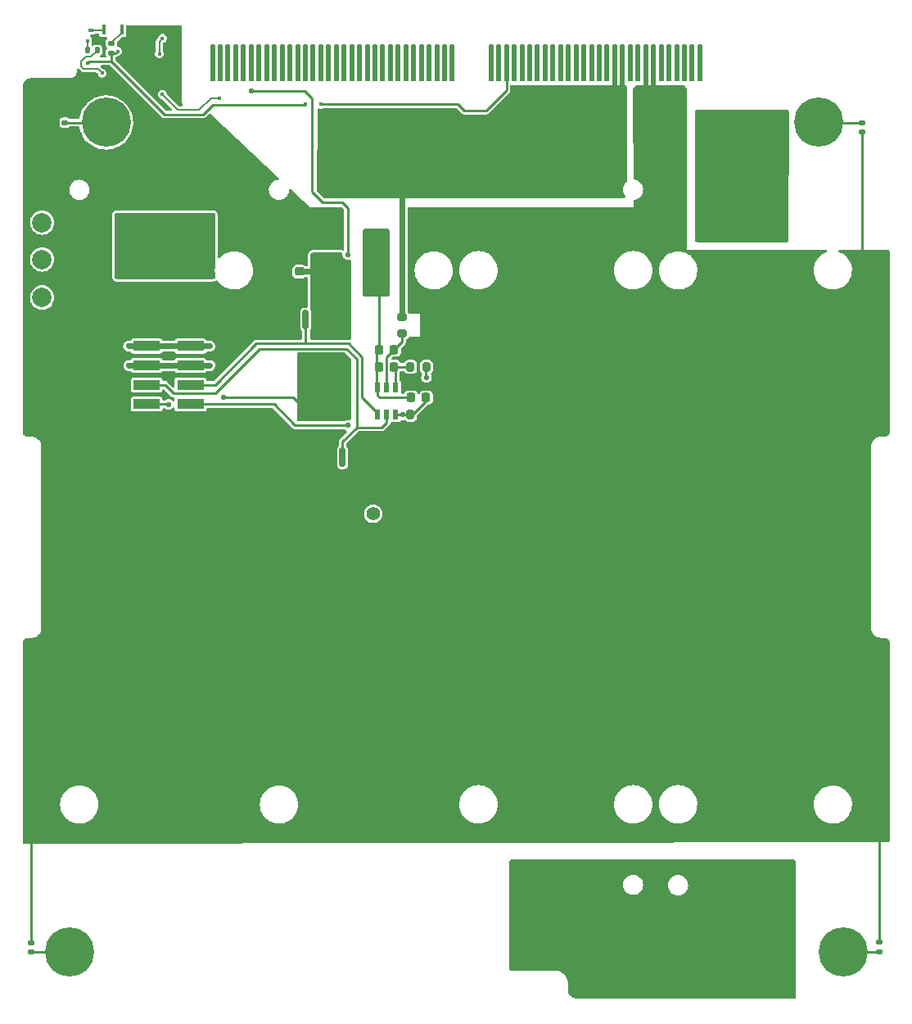
<source format=gtl>
%TF.GenerationSoftware,KiCad,Pcbnew,(6.0.4)*%
%TF.CreationDate,2022-04-12T12:42:18-04:00*%
%TF.ProjectId,batteryboard,62617474-6572-4796-926f-6172642e6b69,rev?*%
%TF.SameCoordinates,Original*%
%TF.FileFunction,Copper,L1,Top*%
%TF.FilePolarity,Positive*%
%FSLAX46Y46*%
G04 Gerber Fmt 4.6, Leading zero omitted, Abs format (unit mm)*
G04 Created by KiCad (PCBNEW (6.0.4)) date 2022-04-12 12:42:18*
%MOMM*%
%LPD*%
G01*
G04 APERTURE LIST*
G04 Aperture macros list*
%AMRoundRect*
0 Rectangle with rounded corners*
0 $1 Rounding radius*
0 $2 $3 $4 $5 $6 $7 $8 $9 X,Y pos of 4 corners*
0 Add a 4 corners polygon primitive as box body*
4,1,4,$2,$3,$4,$5,$6,$7,$8,$9,$2,$3,0*
0 Add four circle primitives for the rounded corners*
1,1,$1+$1,$2,$3*
1,1,$1+$1,$4,$5*
1,1,$1+$1,$6,$7*
1,1,$1+$1,$8,$9*
0 Add four rect primitives between the rounded corners*
20,1,$1+$1,$2,$3,$4,$5,0*
20,1,$1+$1,$4,$5,$6,$7,0*
20,1,$1+$1,$6,$7,$8,$9,0*
20,1,$1+$1,$8,$9,$2,$3,0*%
%AMFreePoly0*
4,1,12,0.105238,2.379067,0.194454,2.319454,0.254067,2.230238,0.275000,2.125000,0.275000,-1.400000,-0.275000,-1.400000,-0.275000,2.125000,-0.254067,2.230238,-0.194454,2.319454,-0.105238,2.379067,0.000000,2.400000,0.105238,2.379067,0.105238,2.379067,$1*%
G04 Aperture macros list end*
%TA.AperFunction,SMDPad,CuDef*%
%ADD10R,4.000000X6.800000*%
%TD*%
%TA.AperFunction,SMDPad,CuDef*%
%ADD11R,6.800000X7.300000*%
%TD*%
%TA.AperFunction,SMDPad,CuDef*%
%ADD12R,0.600000X1.000000*%
%TD*%
%TA.AperFunction,SMDPad,CuDef*%
%ADD13RoundRect,0.225000X-0.225000X-0.250000X0.225000X-0.250000X0.225000X0.250000X-0.225000X0.250000X0*%
%TD*%
%TA.AperFunction,SMDPad,CuDef*%
%ADD14RoundRect,0.225000X-0.250000X0.225000X-0.250000X-0.225000X0.250000X-0.225000X0.250000X0.225000X0*%
%TD*%
%TA.AperFunction,SMDPad,CuDef*%
%ADD15RoundRect,0.200000X-0.275000X0.200000X-0.275000X-0.200000X0.275000X-0.200000X0.275000X0.200000X0*%
%TD*%
%TA.AperFunction,SMDPad,CuDef*%
%ADD16RoundRect,0.200000X0.200000X0.275000X-0.200000X0.275000X-0.200000X-0.275000X0.200000X-0.275000X0*%
%TD*%
%TA.AperFunction,SMDPad,CuDef*%
%ADD17RoundRect,0.150000X0.150000X-0.825000X0.150000X0.825000X-0.150000X0.825000X-0.150000X-0.825000X0*%
%TD*%
%TA.AperFunction,SMDPad,CuDef*%
%ADD18RoundRect,0.150000X-0.150000X0.825000X-0.150000X-0.825000X0.150000X-0.825000X0.150000X0.825000X0*%
%TD*%
%TA.AperFunction,SMDPad,CuDef*%
%ADD19RoundRect,0.200000X-0.200000X-0.275000X0.200000X-0.275000X0.200000X0.275000X-0.200000X0.275000X0*%
%TD*%
%TA.AperFunction,SMDPad,CuDef*%
%ADD20RoundRect,0.249999X0.362501X1.425001X-0.362501X1.425001X-0.362501X-1.425001X0.362501X-1.425001X0*%
%TD*%
%TA.AperFunction,ComponentPad*%
%ADD21C,2.000000*%
%TD*%
%TA.AperFunction,SMDPad,CuDef*%
%ADD22RoundRect,0.140000X0.170000X-0.140000X0.170000X0.140000X-0.170000X0.140000X-0.170000X-0.140000X0*%
%TD*%
%TA.AperFunction,SMDPad,CuDef*%
%ADD23RoundRect,0.140000X-0.170000X0.140000X-0.170000X-0.140000X0.170000X-0.140000X0.170000X0.140000X0*%
%TD*%
%TA.AperFunction,SMDPad,CuDef*%
%ADD24R,0.370000X1.000000*%
%TD*%
%TA.AperFunction,ComponentPad*%
%ADD25C,5.080000*%
%TD*%
%TA.AperFunction,SMDPad,CuDef*%
%ADD26FreePoly0,0.000000*%
%TD*%
%TA.AperFunction,SMDPad,CuDef*%
%ADD27R,0.400000X0.450000*%
%TD*%
%TA.AperFunction,SMDPad,CuDef*%
%ADD28R,0.500000X0.450000*%
%TD*%
%TA.AperFunction,SMDPad,CuDef*%
%ADD29RoundRect,0.135000X0.185000X-0.135000X0.185000X0.135000X-0.185000X0.135000X-0.185000X-0.135000X0*%
%TD*%
%TA.AperFunction,SMDPad,CuDef*%
%ADD30RoundRect,0.135000X-0.135000X-0.185000X0.135000X-0.185000X0.135000X0.185000X-0.135000X0.185000X0*%
%TD*%
%TA.AperFunction,SMDPad,CuDef*%
%ADD31R,2.770000X1.020000*%
%TD*%
%TA.AperFunction,ComponentPad*%
%ADD32C,1.400000*%
%TD*%
%TA.AperFunction,ComponentPad*%
%ADD33O,1.400000X1.400000*%
%TD*%
%TA.AperFunction,ViaPad*%
%ADD34C,0.584200*%
%TD*%
%TA.AperFunction,ViaPad*%
%ADD35C,0.381000*%
%TD*%
%TA.AperFunction,Conductor*%
%ADD36C,0.279400*%
%TD*%
%TA.AperFunction,Conductor*%
%ADD37C,0.609600*%
%TD*%
%TA.AperFunction,Conductor*%
%ADD38C,0.254000*%
%TD*%
%TA.AperFunction,Conductor*%
%ADD39C,0.508000*%
%TD*%
%TA.AperFunction,Conductor*%
%ADD40C,0.271780*%
%TD*%
%TA.AperFunction,Conductor*%
%ADD41C,0.203200*%
%TD*%
G04 APERTURE END LIST*
D10*
X127873300Y-55525100D03*
D11*
X129273300Y-136825100D03*
D12*
X90172500Y-83378500D03*
X91122500Y-83378500D03*
X92072500Y-83378500D03*
X92072500Y-80578500D03*
X91122500Y-80578500D03*
X90172500Y-80578500D03*
D11*
X108623100Y-136799700D03*
X108623100Y-55249700D03*
D13*
X90347500Y-76644500D03*
X91897500Y-76644500D03*
X90347500Y-78422500D03*
X91897500Y-78422500D03*
X93649500Y-81597500D03*
X95199500Y-81597500D03*
D14*
X82105500Y-68567000D03*
X82105500Y-70117000D03*
D15*
X92710000Y-73279500D03*
X92710000Y-74929500D03*
D16*
X95249500Y-78422500D03*
X93599500Y-78422500D03*
D17*
X82740500Y-87755500D03*
X84010500Y-87755500D03*
X85280500Y-87755500D03*
X86550500Y-87755500D03*
X86550500Y-82805500D03*
X85280500Y-82805500D03*
X84010500Y-82805500D03*
X82740500Y-82805500D03*
D18*
X86550500Y-73534500D03*
X85280500Y-73534500D03*
X84010500Y-73534500D03*
X82740500Y-73534500D03*
X82740500Y-78484500D03*
X84010500Y-78484500D03*
X85280500Y-78484500D03*
X86550500Y-78484500D03*
D19*
X93599500Y-83375500D03*
X95249500Y-83375500D03*
D20*
X90211500Y-68580000D03*
X84286500Y-68580000D03*
D21*
X55499000Y-67310000D03*
X55499000Y-71247000D03*
X55499000Y-74930000D03*
X55499000Y-63500000D03*
D22*
X57848500Y-54137500D03*
X57848500Y-53177500D03*
X140271500Y-54137500D03*
X140271500Y-53177500D03*
D23*
X142113000Y-137886500D03*
X142113000Y-138846500D03*
X54356000Y-137950000D03*
X54356000Y-138910000D03*
D24*
X61862178Y-43591480D03*
X63722178Y-43591480D03*
D25*
X62118400Y-53157200D03*
X135778400Y-53157200D03*
X138318400Y-138887200D03*
X58318400Y-138887200D03*
D26*
X73122220Y-47404353D03*
X73922220Y-47404353D03*
X74722220Y-47404353D03*
X75522220Y-47404353D03*
X76322220Y-47404353D03*
X77122220Y-47404353D03*
X77922220Y-47404353D03*
X78722220Y-47404353D03*
X79522220Y-47404353D03*
X80322220Y-47404353D03*
X81122220Y-47404353D03*
X81922220Y-47404353D03*
X82722220Y-47404353D03*
X83522220Y-47404353D03*
X84322220Y-47404353D03*
X85122220Y-47404353D03*
X85922220Y-47404353D03*
X86722220Y-47404353D03*
X87522220Y-47404353D03*
X88322220Y-47404353D03*
X89122220Y-47404353D03*
X89922220Y-47404353D03*
X90722220Y-47404353D03*
X91522220Y-47404353D03*
X92322220Y-47404353D03*
X93122220Y-47404353D03*
X93922220Y-47404353D03*
X94722220Y-47404353D03*
X95522220Y-47404353D03*
X96322220Y-47404353D03*
X97122220Y-47404353D03*
X97922220Y-47404353D03*
X101922220Y-47404353D03*
X102722220Y-47404353D03*
X103522220Y-47404353D03*
X104322220Y-47404353D03*
X105122220Y-47404353D03*
X105922220Y-47404353D03*
X106722220Y-47404353D03*
X107522220Y-47404353D03*
X108322220Y-47404353D03*
X109122220Y-47404353D03*
X109922220Y-47404353D03*
X110722220Y-47404353D03*
X111522220Y-47404353D03*
X112322220Y-47404353D03*
X113122220Y-47404353D03*
X113922220Y-47404353D03*
X114722220Y-47404353D03*
X115522220Y-47404353D03*
X116322220Y-47404353D03*
X117122220Y-47404353D03*
X117922220Y-47404353D03*
X118722220Y-47404353D03*
X119522220Y-47404353D03*
X120322220Y-47404353D03*
X121122220Y-47404353D03*
X121922220Y-47404353D03*
X122722220Y-47404353D03*
X123522220Y-47404353D03*
D27*
X60179000Y-44745600D03*
X60979000Y-44745600D03*
D28*
X60579000Y-43595600D03*
D29*
X62661800Y-45976000D03*
X62661800Y-44956000D03*
D30*
X60170600Y-45694600D03*
X61190600Y-45694600D03*
D31*
X70855000Y-64273000D03*
X70855000Y-66273000D03*
X70855000Y-68273000D03*
X70855000Y-70273000D03*
X70855000Y-72273000D03*
X70855000Y-74273000D03*
X70855000Y-76273000D03*
X70855000Y-78273000D03*
X70855000Y-80273000D03*
X70855000Y-82273000D03*
X66305000Y-64273000D03*
X66305000Y-66273000D03*
X66305000Y-68273000D03*
X66305000Y-70273000D03*
X66305000Y-72273000D03*
X66305000Y-74273000D03*
X66305000Y-76273000D03*
X66305000Y-78273000D03*
X66305000Y-80273000D03*
X66305000Y-82273000D03*
D32*
X89739000Y-93599000D03*
D33*
X84659000Y-93599000D03*
D34*
X90106500Y-65341500D03*
X90106500Y-64579500D03*
X90106500Y-66103500D03*
X90995500Y-65341500D03*
X90995500Y-66103500D03*
X90995500Y-64579500D03*
X124460000Y-58420000D03*
X125730000Y-59690000D03*
X130810000Y-62230000D03*
X124460000Y-55880000D03*
X132080000Y-53340000D03*
X124460000Y-63500000D03*
X127000000Y-60960000D03*
X125730000Y-62230000D03*
X72825000Y-76273000D03*
X132080000Y-55880000D03*
X132080000Y-60960000D03*
X132080000Y-63500000D03*
X128270000Y-62230000D03*
X127000000Y-63500000D03*
X129540000Y-63500000D03*
X89217500Y-66103500D03*
X68507000Y-76273000D03*
X125730000Y-64770000D03*
X124460000Y-53340000D03*
X128270000Y-64770000D03*
X89217500Y-64579500D03*
X130810000Y-64770000D03*
X124460000Y-60960000D03*
X64443000Y-76273000D03*
X132080000Y-58420000D03*
X89217500Y-65341500D03*
X130810000Y-59690000D03*
X128270000Y-59690000D03*
X129540000Y-60960000D03*
D35*
X66128900Y-45948600D03*
X65493900Y-48463200D03*
X61810900Y-45186600D03*
D34*
X120015000Y-53340000D03*
X117475000Y-52070000D03*
X120000000Y-49800000D03*
X121285000Y-50165000D03*
X117475000Y-53340000D03*
X120015000Y-50800000D03*
X121285000Y-51435000D03*
X118722220Y-50187780D03*
X121285000Y-52705000D03*
X118745000Y-51435000D03*
D35*
X65151000Y-50673000D03*
D34*
X120015000Y-52070000D03*
X117475000Y-50800000D03*
X118745000Y-52705000D03*
X115570000Y-139700000D03*
X114300000Y-135890000D03*
X119380000Y-133350000D03*
X118110000Y-137160000D03*
X116840000Y-133350000D03*
X124460000Y-133350000D03*
X72857000Y-78273000D03*
X113030000Y-137160000D03*
X123190000Y-139700000D03*
X115570000Y-134620000D03*
X121920000Y-133350000D03*
X119380000Y-138430000D03*
X114300000Y-133350000D03*
X123190000Y-137160000D03*
X124460000Y-138430000D03*
X64475000Y-78273000D03*
X95250000Y-79502002D03*
X121920000Y-138430000D03*
X124460000Y-135890000D03*
X119380000Y-135890000D03*
X116840000Y-138430000D03*
X120650000Y-139700000D03*
X68539000Y-78273000D03*
X113030000Y-139700000D03*
X116840000Y-135890000D03*
X120650000Y-137160000D03*
X121920000Y-135890000D03*
X115570000Y-137160000D03*
X120650000Y-134620000D03*
X118110000Y-139700000D03*
X118110000Y-134620000D03*
X113030000Y-134620000D03*
X114300000Y-138430000D03*
X123190000Y-134620000D03*
X100330000Y-55880000D03*
X95250000Y-53340000D03*
X97790000Y-58420000D03*
X96520000Y-54610000D03*
X72898000Y-68326000D03*
X96520000Y-57150000D03*
X72898000Y-64262000D03*
X64262000Y-66294000D03*
X92710000Y-55880000D03*
X92710000Y-53340000D03*
X93980000Y-54610000D03*
X100330000Y-58420000D03*
X102870000Y-58420000D03*
X72898000Y-66294000D03*
X64262000Y-64262000D03*
X96520000Y-52070000D03*
X101600000Y-54610000D03*
X99060000Y-54610000D03*
X102870000Y-53340000D03*
X95250000Y-58420000D03*
X68580000Y-68326000D03*
X104140000Y-57150000D03*
X68580000Y-64262000D03*
X68580000Y-66294000D03*
X104140000Y-54610000D03*
X93980000Y-57150000D03*
X104140000Y-52070000D03*
X100330000Y-53340000D03*
X101600000Y-57150000D03*
X99060000Y-57150000D03*
X95250000Y-55880000D03*
X93980000Y-52070000D03*
X64262000Y-68326000D03*
X92710000Y-58420000D03*
X97790000Y-55880000D03*
X102870000Y-55880000D03*
X97790000Y-53340000D03*
X87122000Y-84455000D03*
X92770500Y-83378500D03*
D35*
X67614800Y-46050200D03*
X67945000Y-44450000D03*
D34*
X68580000Y-82296000D03*
X74295000Y-81534000D03*
X77122220Y-49877780D03*
X87122000Y-66802000D03*
D35*
X60198000Y-46990000D03*
X63334900Y-45796200D03*
X82690208Y-51294792D03*
X84328000Y-51294792D03*
X67945000Y-50266600D03*
X73837800Y-50622200D03*
X61707979Y-48068179D03*
D36*
X91884500Y-76644500D02*
X91910000Y-76644500D01*
X92710000Y-74892000D02*
X92710000Y-75844500D01*
X91122500Y-77406500D02*
X91884500Y-76644500D01*
X91122500Y-80578500D02*
X91122500Y-77406500D01*
X92710000Y-75844500D02*
X91910000Y-76644500D01*
X90106500Y-80512500D02*
X90106500Y-78422500D01*
X90106500Y-76873000D02*
X90335000Y-76644500D01*
X90412100Y-81597500D02*
X90172500Y-81357900D01*
X90335000Y-76644500D02*
X90335000Y-68766000D01*
D37*
X66305000Y-76273000D02*
X68507000Y-76273000D01*
D36*
X93637000Y-81597500D02*
X90412100Y-81597500D01*
X90172500Y-81357900D02*
X90172500Y-80578500D01*
D37*
X68507000Y-76273000D02*
X70855000Y-76273000D01*
X66305000Y-76273000D02*
X64443000Y-76273000D01*
D36*
X90172500Y-80578500D02*
X90106500Y-80512500D01*
X90335000Y-68766000D02*
X90149000Y-68580000D01*
X90106500Y-78422500D02*
X90106500Y-76873000D01*
D37*
X70855000Y-76273000D02*
X72825000Y-76273000D01*
D36*
X90335000Y-78422500D02*
X90106500Y-78422500D01*
D37*
X82105500Y-68554500D02*
X84323500Y-68554500D01*
D38*
X61369900Y-44745600D02*
X60979000Y-44745600D01*
X61810900Y-45186600D02*
X61369900Y-44745600D01*
D39*
X118722220Y-47404353D02*
X118722220Y-50142220D01*
D40*
X54356000Y-137950000D02*
X54356000Y-127444000D01*
D39*
X117922220Y-47404353D02*
X117922220Y-50358220D01*
D40*
X140271500Y-54137500D02*
X140271500Y-67871500D01*
D41*
X65493900Y-48463200D02*
X65493900Y-46583600D01*
X65493900Y-46583600D02*
X66128900Y-45948600D01*
D40*
X142113000Y-137886500D02*
X142113000Y-127113000D01*
D37*
X70855000Y-78273000D02*
X72857000Y-78273000D01*
X70855000Y-78273000D02*
X68539000Y-78273000D01*
D36*
X95212000Y-79464002D02*
X95250000Y-79502002D01*
X95212000Y-78422500D02*
X95212000Y-79464002D01*
D37*
X66305000Y-78273000D02*
X64475000Y-78273000D01*
X68539000Y-78273000D02*
X66305000Y-78273000D01*
X92710000Y-73317000D02*
X92710000Y-58420000D01*
D39*
X115522220Y-47404353D02*
X115522220Y-50371220D01*
X114722220Y-47404353D02*
X114722220Y-50504780D01*
D36*
X93789500Y-83375500D02*
X95212000Y-81953000D01*
X81661000Y-84455000D02*
X87122000Y-84455000D01*
X92770500Y-83378500D02*
X93634000Y-83378500D01*
X93634000Y-83378500D02*
X93637000Y-83375500D01*
X93637000Y-83375500D02*
X93789500Y-83375500D01*
X70855000Y-82273000D02*
X79479000Y-82273000D01*
X79479000Y-82273000D02*
X81661000Y-84455000D01*
X95212000Y-81953000D02*
X95212000Y-81597500D01*
X92072500Y-83378500D02*
X92770500Y-83378500D01*
X92072500Y-80578500D02*
X92072500Y-78585000D01*
X92072500Y-78585000D02*
X91910000Y-78422500D01*
X91910000Y-78422500D02*
X93637000Y-78422500D01*
D38*
X58295600Y-138910000D02*
X58318400Y-138887200D01*
X57848500Y-53177500D02*
X62098100Y-53177500D01*
X140271500Y-53177500D02*
X135798700Y-53177500D01*
X54356000Y-138910000D02*
X58295600Y-138910000D01*
X142113000Y-138846500D02*
X138359100Y-138846500D01*
X62098100Y-53177500D02*
X62118400Y-53157200D01*
X138359100Y-138846500D02*
X138318400Y-138887200D01*
X135798700Y-53177500D02*
X135778400Y-53157200D01*
D41*
X60579000Y-43595600D02*
X61858058Y-43595600D01*
X61858058Y-43595600D02*
X61862178Y-43591480D01*
X62661800Y-44956000D02*
X62661800Y-44932600D01*
X62661800Y-44932600D02*
X63722178Y-43872222D01*
X63722178Y-43872222D02*
X63722178Y-43591480D01*
X67614800Y-46050200D02*
X67614800Y-44780200D01*
X67614800Y-44780200D02*
X67945000Y-44450000D01*
D36*
X73397000Y-80273000D02*
X70855000Y-80273000D01*
X88582500Y-77406500D02*
X88582500Y-81597500D01*
X87185500Y-76009500D02*
X88582500Y-77406500D01*
X82740500Y-76009500D02*
X87185500Y-76009500D01*
X90172500Y-83187500D02*
X90172500Y-83378500D01*
X77660500Y-76009500D02*
X82740500Y-76009500D01*
X82740500Y-73534500D02*
X82740500Y-76009500D01*
X73397000Y-80273000D02*
X77660500Y-76009500D01*
X88582500Y-81597500D02*
X90172500Y-83187500D01*
X66305000Y-80273000D02*
X68208000Y-80273000D01*
X73382789Y-81176211D02*
X78016580Y-76542420D01*
X78016580Y-76542420D02*
X86964758Y-76542420D01*
X88049580Y-84670420D02*
X90609980Y-84670420D01*
X69111211Y-81176211D02*
X73382789Y-81176211D01*
X88049580Y-77627242D02*
X88049580Y-84670420D01*
X86964758Y-76542420D02*
X88049580Y-77627242D01*
X86550500Y-86169500D02*
X86550500Y-87755500D01*
X86550500Y-86169500D02*
X88049580Y-84670420D01*
X90609980Y-84670420D02*
X91122500Y-84157900D01*
X68208000Y-80273000D02*
X69111211Y-81176211D01*
X91122500Y-83378500D02*
X91122500Y-84157900D01*
X66305000Y-82273000D02*
X68557000Y-82273000D01*
X82740500Y-82805500D02*
X81469000Y-81534000D01*
X68557000Y-82273000D02*
X68580000Y-82296000D01*
X81469000Y-81534000D02*
X74295000Y-81534000D01*
D38*
X86546000Y-61400000D02*
X87122000Y-61976000D01*
X83439000Y-50673000D02*
X83439000Y-60325000D01*
X82643780Y-49877780D02*
X83439000Y-50673000D01*
X84514000Y-61400000D02*
X86546000Y-61400000D01*
X77122220Y-49877780D02*
X82643780Y-49877780D01*
X83439000Y-60325000D02*
X84514000Y-61400000D01*
X87122000Y-61976000D02*
X87122000Y-66802000D01*
X62661800Y-45976000D02*
X63133700Y-45976000D01*
D41*
X63155100Y-45976000D02*
X63334900Y-45796200D01*
X62661800Y-45976000D02*
X63155100Y-45976000D01*
D38*
X101419274Y-51939179D02*
X103522220Y-49836233D01*
X82677008Y-51308000D02*
X82690208Y-51294800D01*
X60198000Y-46990000D02*
X60350400Y-46837600D01*
X73152000Y-51308000D02*
X82677008Y-51308000D01*
X103522220Y-49836233D02*
X103522220Y-47404353D01*
X62661800Y-46837600D02*
X68168465Y-52344265D01*
X62661800Y-46837600D02*
X62661800Y-45976000D01*
X98512190Y-51294800D02*
X99156569Y-51939179D01*
X60350400Y-46837600D02*
X62661800Y-46837600D01*
X72115734Y-52344266D02*
X73152000Y-51308000D01*
X99156569Y-51939179D02*
X101419274Y-51939179D01*
X98512190Y-51294800D02*
X84328008Y-51294800D01*
X84328008Y-51294800D02*
X84328000Y-51294792D01*
X68168465Y-52344265D02*
X72115734Y-52344266D01*
D41*
X60179000Y-45686200D02*
X60170600Y-45694600D01*
X60179000Y-44745600D02*
X60179000Y-45686200D01*
X71734254Y-51862146D02*
X72974200Y-50622200D01*
X67945000Y-50266600D02*
X69540546Y-51862146D01*
X60071000Y-46355000D02*
X59563000Y-46863000D01*
X59563000Y-46863000D02*
X59563000Y-47371000D01*
X60579000Y-46355000D02*
X60071000Y-46355000D01*
X72974200Y-50622200D02*
X73837800Y-50622200D01*
X59563000Y-47371000D02*
X59817000Y-47625000D01*
X61264800Y-47625000D02*
X61707990Y-48068190D01*
X69540546Y-51862146D02*
X71734254Y-51862146D01*
X59817000Y-47625000D02*
X61264800Y-47625000D01*
X61190600Y-45743400D02*
X60579000Y-46355000D01*
%TA.AperFunction,Conductor*%
G36*
X91202170Y-64137421D02*
G01*
X91226073Y-64142175D01*
X91261091Y-64149141D01*
X91306510Y-64167954D01*
X91326329Y-64181196D01*
X91345939Y-64194300D01*
X91380700Y-64229061D01*
X91407045Y-64268488D01*
X91425860Y-64313911D01*
X91437579Y-64372830D01*
X91440000Y-64397410D01*
X91440000Y-70921090D01*
X91437579Y-70945670D01*
X91425860Y-71004589D01*
X91407045Y-71050012D01*
X91380700Y-71089439D01*
X91345939Y-71124200D01*
X91326329Y-71137304D01*
X91306510Y-71150546D01*
X91261091Y-71169359D01*
X91226073Y-71176325D01*
X91202170Y-71181079D01*
X91177590Y-71183500D01*
X88908410Y-71183500D01*
X88883830Y-71181079D01*
X88859927Y-71176325D01*
X88824909Y-71169359D01*
X88779490Y-71150546D01*
X88759671Y-71137304D01*
X88740061Y-71124200D01*
X88705300Y-71089439D01*
X88678955Y-71050012D01*
X88660140Y-71004589D01*
X88648421Y-70945670D01*
X88646000Y-70921090D01*
X88646000Y-64397410D01*
X88648421Y-64372830D01*
X88660140Y-64313911D01*
X88678955Y-64268488D01*
X88705300Y-64229061D01*
X88740061Y-64194300D01*
X88759671Y-64181196D01*
X88779490Y-64167954D01*
X88824909Y-64149141D01*
X88859927Y-64142175D01*
X88883830Y-64137421D01*
X88908410Y-64135000D01*
X91177590Y-64135000D01*
X91202170Y-64137421D01*
G37*
%TD.AperFunction*%
%TA.AperFunction,Conductor*%
G36*
X125365938Y-51817125D02*
G01*
X125385586Y-51818676D01*
X125389180Y-51819245D01*
X125393986Y-51820399D01*
X125398913Y-51820787D01*
X125398915Y-51820787D01*
X125605075Y-51837009D01*
X125605076Y-51837009D01*
X125618155Y-51838038D01*
X125622223Y-51838847D01*
X125634443Y-51836416D01*
X125635118Y-51836282D01*
X125659701Y-51833861D01*
X125809728Y-51833861D01*
X125834299Y-51836280D01*
X125847219Y-51838850D01*
X125856411Y-51837022D01*
X125862420Y-51836430D01*
X125862473Y-51836430D01*
X125862566Y-51836416D01*
X125961072Y-51826711D01*
X126009836Y-51821907D01*
X126015761Y-51820110D01*
X126016980Y-51819867D01*
X126041623Y-51817446D01*
X128917184Y-51818813D01*
X132467971Y-51820500D01*
X132492578Y-51822938D01*
X132551558Y-51834713D01*
X132597014Y-51853591D01*
X132636456Y-51880013D01*
X132671210Y-51914865D01*
X132697521Y-51954382D01*
X132716271Y-51999890D01*
X132727879Y-52058895D01*
X132730249Y-52083511D01*
X132699422Y-65274696D01*
X132696949Y-65299244D01*
X132685119Y-65358068D01*
X132666243Y-65403399D01*
X132639863Y-65442740D01*
X132605091Y-65477414D01*
X132565677Y-65503683D01*
X132520292Y-65522432D01*
X132461436Y-65534096D01*
X132436882Y-65536500D01*
X127647411Y-65534216D01*
X123261491Y-65532125D01*
X123236919Y-65529694D01*
X123178016Y-65517952D01*
X123132621Y-65499129D01*
X123093210Y-65472778D01*
X123058467Y-65438017D01*
X123032136Y-65398593D01*
X123013334Y-65353185D01*
X123012972Y-65351362D01*
X123001621Y-65294277D01*
X122999203Y-65269708D01*
X122999494Y-52078528D01*
X123001917Y-52053939D01*
X123013645Y-51995005D01*
X123032470Y-51949575D01*
X123058831Y-51910139D01*
X123093610Y-51875377D01*
X123133060Y-51849034D01*
X123178498Y-51830233D01*
X123217392Y-51822514D01*
X123237436Y-51818536D01*
X123262024Y-51816125D01*
X125365938Y-51817125D01*
G37*
%TD.AperFunction*%
%TA.AperFunction,Conductor*%
G36*
X62519709Y-47239102D02*
G01*
X62540683Y-47256005D01*
X67860421Y-52575744D01*
X67875780Y-52594760D01*
X67876746Y-52595821D01*
X67882394Y-52604569D01*
X67890571Y-52611015D01*
X67908937Y-52625494D01*
X67913415Y-52629473D01*
X67913475Y-52629402D01*
X67917432Y-52632755D01*
X67921113Y-52636436D01*
X67925345Y-52639460D01*
X67925347Y-52639462D01*
X67936922Y-52647734D01*
X67941667Y-52651297D01*
X67982135Y-52683199D01*
X67990820Y-52686249D01*
X67998307Y-52691599D01*
X68047712Y-52706374D01*
X68053307Y-52708192D01*
X68101967Y-52725281D01*
X68107556Y-52725765D01*
X68110269Y-52725765D01*
X68112934Y-52725880D01*
X68112997Y-52725899D01*
X68112990Y-52726073D01*
X68113736Y-52726120D01*
X68119989Y-52727990D01*
X68160345Y-52726404D01*
X68174143Y-52725862D01*
X68179090Y-52725765D01*
X68785045Y-52725765D01*
X72061599Y-52725766D01*
X72085898Y-52728352D01*
X72087336Y-52728420D01*
X72097514Y-52730611D01*
X72131075Y-52726639D01*
X72137054Y-52726287D01*
X72137046Y-52726194D01*
X72142224Y-52725766D01*
X72147426Y-52725766D01*
X72166580Y-52722578D01*
X72172438Y-52721744D01*
X72189052Y-52719778D01*
X72213301Y-52716908D01*
X72213302Y-52716908D01*
X72223641Y-52715684D01*
X72231940Y-52711699D01*
X72241017Y-52710188D01*
X72286385Y-52685708D01*
X72291648Y-52683027D01*
X72330984Y-52664139D01*
X72330988Y-52664136D01*
X72338132Y-52660706D01*
X72342426Y-52657096D01*
X72344358Y-52655164D01*
X72346307Y-52653377D01*
X72346360Y-52653348D01*
X72346479Y-52653478D01*
X72347047Y-52652977D01*
X72352791Y-52649878D01*
X72389601Y-52610057D01*
X72393030Y-52606492D01*
X72715315Y-52284207D01*
X72777627Y-52250181D01*
X72848442Y-52255246D01*
X72890365Y-52281173D01*
X79952163Y-58869788D01*
X79988327Y-58930885D01*
X79985718Y-59001833D01*
X79945166Y-59060109D01*
X79878504Y-59087316D01*
X79853828Y-59089736D01*
X79795416Y-59095463D01*
X79600261Y-59154384D01*
X79420266Y-59250089D01*
X79262288Y-59378932D01*
X79253727Y-59389281D01*
X79136274Y-59531256D01*
X79136272Y-59531260D01*
X79132345Y-59536006D01*
X79035386Y-59715328D01*
X78975104Y-59910068D01*
X78953795Y-60112808D01*
X78972271Y-60315825D01*
X78974012Y-60321739D01*
X78974012Y-60321741D01*
X79009173Y-60441206D01*
X79029829Y-60511388D01*
X79032686Y-60516853D01*
X79121420Y-60686586D01*
X79121423Y-60686590D01*
X79124275Y-60692046D01*
X79252012Y-60850919D01*
X79408175Y-60981956D01*
X79586816Y-61080164D01*
X79592683Y-61082025D01*
X79592685Y-61082026D01*
X79610247Y-61087597D01*
X79781130Y-61141805D01*
X79939781Y-61159600D01*
X80049600Y-61159600D01*
X80201184Y-61144737D01*
X80396339Y-61085816D01*
X80576334Y-60990111D01*
X80734312Y-60861268D01*
X80790541Y-60793299D01*
X80860326Y-60708944D01*
X80860328Y-60708940D01*
X80864255Y-60704194D01*
X80961214Y-60524872D01*
X80991355Y-60427502D01*
X81019674Y-60336019D01*
X81019675Y-60336016D01*
X81021496Y-60330132D01*
X81023645Y-60309684D01*
X81039357Y-60160200D01*
X81066370Y-60094543D01*
X81124592Y-60053914D01*
X81195537Y-60051211D01*
X81250620Y-60081241D01*
X82500582Y-61247448D01*
X82936671Y-61654316D01*
X83055936Y-61765590D01*
X83055940Y-61765593D01*
X83200000Y-61900000D01*
X86454287Y-61900000D01*
X86522408Y-61920002D01*
X86543381Y-61936903D01*
X86632477Y-62026000D01*
X86703596Y-62097119D01*
X86737621Y-62159431D01*
X86740500Y-62186214D01*
X86740500Y-66257414D01*
X86720498Y-66325535D01*
X86666842Y-66372028D01*
X86596568Y-66382132D01*
X86579008Y-66378312D01*
X86541248Y-66367224D01*
X86529515Y-66363779D01*
X86529513Y-66363779D01*
X86525196Y-66362511D01*
X86520748Y-66361871D01*
X86520741Y-66361870D01*
X86456535Y-66352639D01*
X86456528Y-66352639D01*
X86452087Y-66352000D01*
X83510910Y-66352000D01*
X83509367Y-66352076D01*
X83509360Y-66352076D01*
X83487010Y-66353174D01*
X83486989Y-66353176D01*
X83485474Y-66353250D01*
X83460894Y-66355671D01*
X83459397Y-66355893D01*
X83459381Y-66355895D01*
X83441685Y-66358520D01*
X83435705Y-66359407D01*
X83434174Y-66359711D01*
X83434177Y-66359711D01*
X83379820Y-66370523D01*
X83379818Y-66370524D01*
X83376784Y-66371127D01*
X83328103Y-66385894D01*
X83325252Y-66387075D01*
X83285546Y-66403521D01*
X83285537Y-66403525D01*
X83282684Y-66404707D01*
X83279955Y-66406166D01*
X83279946Y-66406170D01*
X83240550Y-66427228D01*
X83240540Y-66427234D01*
X83237818Y-66428689D01*
X83198389Y-66455035D01*
X83196001Y-66456995D01*
X83195994Y-66457000D01*
X83161462Y-66485340D01*
X83161459Y-66485343D01*
X83159067Y-66487306D01*
X83124306Y-66522067D01*
X83092035Y-66561388D01*
X83065690Y-66600815D01*
X83041708Y-66645682D01*
X83022894Y-66691103D01*
X83008127Y-66739784D01*
X82996407Y-66798705D01*
X82992671Y-66823894D01*
X82990250Y-66848474D01*
X82990176Y-66849989D01*
X82990174Y-66850010D01*
X82989076Y-66872360D01*
X82989000Y-66873910D01*
X82989000Y-67869200D01*
X82968998Y-67937321D01*
X82915342Y-67983814D01*
X82863000Y-67995200D01*
X82734342Y-67995200D01*
X82666221Y-67975198D01*
X82658776Y-67970026D01*
X82595317Y-67922465D01*
X82595314Y-67922463D01*
X82588135Y-67917083D01*
X82579730Y-67913932D01*
X82466919Y-67871642D01*
X82466918Y-67871642D01*
X82459524Y-67868870D01*
X82451674Y-67868017D01*
X82451673Y-67868017D01*
X82404286Y-67862869D01*
X82404285Y-67862869D01*
X82400889Y-67862500D01*
X82105544Y-67862500D01*
X81810112Y-67862501D01*
X81806718Y-67862870D01*
X81806712Y-67862870D01*
X81759334Y-67868016D01*
X81759330Y-67868017D01*
X81751476Y-67868870D01*
X81622865Y-67917083D01*
X81615686Y-67922463D01*
X81615683Y-67922465D01*
X81586743Y-67944155D01*
X81512956Y-67999456D01*
X81507577Y-68006633D01*
X81435965Y-68102183D01*
X81435963Y-68102186D01*
X81430583Y-68109365D01*
X81427433Y-68117769D01*
X81427432Y-68117770D01*
X81420858Y-68135308D01*
X81382370Y-68237976D01*
X81381517Y-68245826D01*
X81381517Y-68245827D01*
X81378383Y-68274674D01*
X81376000Y-68296611D01*
X81376001Y-68837388D01*
X81382370Y-68896024D01*
X81400353Y-68943995D01*
X81424437Y-69008239D01*
X81430583Y-69024635D01*
X81435963Y-69031814D01*
X81435965Y-69031817D01*
X81489682Y-69103490D01*
X81512956Y-69134544D01*
X81520133Y-69139923D01*
X81615683Y-69211535D01*
X81615686Y-69211537D01*
X81622865Y-69216917D01*
X81631269Y-69220067D01*
X81631270Y-69220068D01*
X81744081Y-69262358D01*
X81744082Y-69262358D01*
X81751476Y-69265130D01*
X81759326Y-69265983D01*
X81759327Y-69265983D01*
X81806705Y-69271130D01*
X81810111Y-69271500D01*
X82105456Y-69271500D01*
X82400888Y-69271499D01*
X82404282Y-69271130D01*
X82404288Y-69271130D01*
X82451666Y-69265984D01*
X82451670Y-69265983D01*
X82459524Y-69265130D01*
X82588135Y-69216917D01*
X82595314Y-69211537D01*
X82595317Y-69211535D01*
X82692133Y-69138974D01*
X82758640Y-69114126D01*
X82767699Y-69113800D01*
X82863000Y-69113800D01*
X82931121Y-69133802D01*
X82977614Y-69187458D01*
X82989000Y-69239800D01*
X82989000Y-72179000D01*
X82968998Y-72247121D01*
X82915342Y-72293614D01*
X82863000Y-72305000D01*
X82558666Y-72305000D01*
X82463945Y-72320002D01*
X82349777Y-72378174D01*
X82259174Y-72468777D01*
X82201002Y-72582945D01*
X82186000Y-72677666D01*
X82186000Y-74391334D01*
X82201002Y-74486055D01*
X82259174Y-74600223D01*
X82309395Y-74650444D01*
X82343421Y-74712756D01*
X82346300Y-74739539D01*
X82346300Y-75489300D01*
X82326298Y-75557421D01*
X82272642Y-75603914D01*
X82220300Y-75615300D01*
X77598065Y-75615300D01*
X77588638Y-75618363D01*
X77588631Y-75618364D01*
X77577619Y-75621942D01*
X77558400Y-75626556D01*
X77546962Y-75628368D01*
X77546958Y-75628369D01*
X77537167Y-75629920D01*
X77518018Y-75639677D01*
X77499755Y-75647242D01*
X77479306Y-75653886D01*
X77471284Y-75659715D01*
X77471281Y-75659716D01*
X77461914Y-75666522D01*
X77445056Y-75676853D01*
X77425907Y-75686610D01*
X73270622Y-79841895D01*
X73208310Y-79875921D01*
X73181527Y-79878800D01*
X72620499Y-79878800D01*
X72552378Y-79858798D01*
X72505885Y-79805142D01*
X72494499Y-79752800D01*
X72494499Y-79737934D01*
X72479734Y-79663699D01*
X72472134Y-79652324D01*
X72430377Y-79589832D01*
X72423484Y-79579516D01*
X72339301Y-79523266D01*
X72265067Y-79508500D01*
X70855228Y-79508500D01*
X69444934Y-79508501D01*
X69409182Y-79515612D01*
X69382874Y-79520844D01*
X69382872Y-79520845D01*
X69370699Y-79523266D01*
X69360379Y-79530161D01*
X69360378Y-79530162D01*
X69299985Y-79570516D01*
X69286516Y-79579516D01*
X69230266Y-79663699D01*
X69215500Y-79737933D01*
X69215500Y-79744120D01*
X69215501Y-80418828D01*
X69195499Y-80486949D01*
X69141843Y-80533442D01*
X69071570Y-80543546D01*
X69006989Y-80514053D01*
X69000406Y-80507923D01*
X68442593Y-79950110D01*
X68423440Y-79940351D01*
X68406583Y-79930020D01*
X68397219Y-79923217D01*
X68397217Y-79923216D01*
X68389194Y-79917387D01*
X68379767Y-79914324D01*
X68379761Y-79914321D01*
X68368748Y-79910743D01*
X68350484Y-79903178D01*
X68331333Y-79893420D01*
X68321544Y-79891870D01*
X68321542Y-79891869D01*
X68310100Y-79890057D01*
X68290882Y-79885444D01*
X68270435Y-79878800D01*
X68070499Y-79878800D01*
X68002378Y-79858798D01*
X67955885Y-79805142D01*
X67944499Y-79752800D01*
X67944499Y-79737934D01*
X67929734Y-79663699D01*
X67922134Y-79652324D01*
X67880377Y-79589832D01*
X67873484Y-79579516D01*
X67789301Y-79523266D01*
X67715067Y-79508500D01*
X66305228Y-79508500D01*
X64894934Y-79508501D01*
X64859182Y-79515612D01*
X64832874Y-79520844D01*
X64832872Y-79520845D01*
X64820699Y-79523266D01*
X64810379Y-79530161D01*
X64810378Y-79530162D01*
X64749985Y-79570516D01*
X64736516Y-79579516D01*
X64680266Y-79663699D01*
X64665500Y-79737933D01*
X64665501Y-80808066D01*
X64671491Y-80838181D01*
X64677422Y-80868001D01*
X64680266Y-80882301D01*
X64736516Y-80966484D01*
X64820699Y-81022734D01*
X64894933Y-81037500D01*
X66304772Y-81037500D01*
X67715066Y-81037499D01*
X67750818Y-81030388D01*
X67777126Y-81025156D01*
X67777128Y-81025155D01*
X67789301Y-81022734D01*
X67799621Y-81015839D01*
X67799622Y-81015838D01*
X67863168Y-80973377D01*
X67873484Y-80966484D01*
X67929734Y-80882301D01*
X67938510Y-80838181D01*
X67971417Y-80775271D01*
X68033112Y-80740139D01*
X68104007Y-80743939D01*
X68151184Y-80773667D01*
X68876618Y-81499101D01*
X68894078Y-81507997D01*
X68895771Y-81508860D01*
X68912628Y-81519191D01*
X68921992Y-81525994D01*
X68921994Y-81525995D01*
X68930017Y-81531824D01*
X68939444Y-81534887D01*
X68939450Y-81534890D01*
X68950463Y-81538468D01*
X68968727Y-81546033D01*
X68987878Y-81555791D01*
X68997668Y-81557342D01*
X68997669Y-81557342D01*
X69009111Y-81559154D01*
X69028328Y-81563767D01*
X69048775Y-81570411D01*
X69095291Y-81570411D01*
X69163412Y-81590413D01*
X69209905Y-81644069D01*
X69218870Y-81720990D01*
X69215500Y-81737933D01*
X69215500Y-81855127D01*
X69195498Y-81923248D01*
X69141842Y-81969741D01*
X69071568Y-81979845D01*
X69006988Y-81950351D01*
X68989543Y-81931837D01*
X68969840Y-81906160D01*
X68903333Y-81855127D01*
X68862212Y-81823573D01*
X68862210Y-81823572D01*
X68855659Y-81818545D01*
X68848028Y-81815384D01*
X68730319Y-81766628D01*
X68730315Y-81766627D01*
X68722691Y-81763469D01*
X68580000Y-81744683D01*
X68437309Y-81763469D01*
X68304342Y-81818545D01*
X68286686Y-81832093D01*
X68259748Y-81852763D01*
X68193527Y-81878363D01*
X68183044Y-81878800D01*
X68070499Y-81878800D01*
X68002378Y-81858798D01*
X67955885Y-81805142D01*
X67944499Y-81752800D01*
X67944499Y-81737934D01*
X67937388Y-81702182D01*
X67932156Y-81675874D01*
X67932155Y-81675872D01*
X67929734Y-81663699D01*
X67916618Y-81644069D01*
X67880377Y-81589832D01*
X67873484Y-81579516D01*
X67789301Y-81523266D01*
X67715067Y-81508500D01*
X66305228Y-81508500D01*
X64894934Y-81508501D01*
X64859182Y-81515612D01*
X64832874Y-81520844D01*
X64832872Y-81520845D01*
X64820699Y-81523266D01*
X64810379Y-81530161D01*
X64810378Y-81530162D01*
X64770987Y-81556483D01*
X64736516Y-81579516D01*
X64710691Y-81618165D01*
X64693383Y-81644069D01*
X64680266Y-81663699D01*
X64665500Y-81737933D01*
X64665501Y-82808066D01*
X64680266Y-82882301D01*
X64736516Y-82966484D01*
X64820699Y-83022734D01*
X64894933Y-83037500D01*
X66304772Y-83037500D01*
X67715066Y-83037499D01*
X67750818Y-83030388D01*
X67777126Y-83025156D01*
X67777128Y-83025155D01*
X67789301Y-83022734D01*
X67799621Y-83015839D01*
X67799622Y-83015838D01*
X67863168Y-82973377D01*
X67873484Y-82966484D01*
X67929734Y-82882301D01*
X67944500Y-82808067D01*
X67944500Y-82793200D01*
X67964502Y-82725079D01*
X68018158Y-82678586D01*
X68070500Y-82667200D01*
X68123097Y-82667200D01*
X68191218Y-82687202D01*
X68199801Y-82693238D01*
X68256666Y-82736872D01*
X68304341Y-82773455D01*
X68311971Y-82776615D01*
X68311972Y-82776616D01*
X68429681Y-82825372D01*
X68429685Y-82825373D01*
X68437309Y-82828531D01*
X68580000Y-82847317D01*
X68722691Y-82828531D01*
X68730315Y-82825373D01*
X68730319Y-82825372D01*
X68848028Y-82776616D01*
X68848029Y-82776615D01*
X68855659Y-82773455D01*
X68903335Y-82736872D01*
X68963290Y-82690866D01*
X68969840Y-82685840D01*
X68975406Y-82678586D01*
X68989539Y-82660168D01*
X69046877Y-82618301D01*
X69117748Y-82614079D01*
X69179651Y-82648843D01*
X69212932Y-82711556D01*
X69215501Y-82736871D01*
X69215501Y-82808066D01*
X69230266Y-82882301D01*
X69286516Y-82966484D01*
X69370699Y-83022734D01*
X69444933Y-83037500D01*
X70854772Y-83037500D01*
X72265066Y-83037499D01*
X72300818Y-83030388D01*
X72327126Y-83025156D01*
X72327128Y-83025155D01*
X72339301Y-83022734D01*
X72349621Y-83015839D01*
X72349622Y-83015838D01*
X72413168Y-82973377D01*
X72423484Y-82966484D01*
X72479734Y-82882301D01*
X72494500Y-82808067D01*
X72494500Y-82793200D01*
X72514502Y-82725079D01*
X72568158Y-82678586D01*
X72620500Y-82667200D01*
X79263527Y-82667200D01*
X79331648Y-82687202D01*
X79352622Y-82704105D01*
X81426407Y-84777890D01*
X81443867Y-84786786D01*
X81445560Y-84787649D01*
X81462417Y-84797980D01*
X81471781Y-84804783D01*
X81471783Y-84804784D01*
X81479806Y-84810613D01*
X81489233Y-84813676D01*
X81489239Y-84813679D01*
X81500252Y-84817257D01*
X81518516Y-84824822D01*
X81537667Y-84834580D01*
X81547456Y-84836130D01*
X81547458Y-84836131D01*
X81558900Y-84837943D01*
X81578118Y-84842556D01*
X81598565Y-84849200D01*
X86695071Y-84849200D01*
X86763192Y-84869202D01*
X86771775Y-84875238D01*
X86846341Y-84932455D01*
X86853971Y-84935615D01*
X86853972Y-84935616D01*
X86943455Y-84972680D01*
X86998736Y-85017227D01*
X87021158Y-85084591D01*
X87003600Y-85153382D01*
X86984333Y-85178184D01*
X86227610Y-85934907D01*
X86218714Y-85952367D01*
X86217851Y-85954060D01*
X86207520Y-85970917D01*
X86200717Y-85980281D01*
X86200716Y-85980283D01*
X86194887Y-85988306D01*
X86191824Y-85997733D01*
X86191821Y-85997739D01*
X86188243Y-86008752D01*
X86180678Y-86027016D01*
X86170920Y-86046167D01*
X86169370Y-86055956D01*
X86169369Y-86055958D01*
X86167557Y-86067400D01*
X86162944Y-86086618D01*
X86156300Y-86107065D01*
X86156300Y-86550461D01*
X86136298Y-86618582D01*
X86119395Y-86639556D01*
X86069174Y-86689777D01*
X86011002Y-86803945D01*
X85996000Y-86898666D01*
X85996000Y-88612334D01*
X86011002Y-88707055D01*
X86069174Y-88821223D01*
X86159777Y-88911826D01*
X86273945Y-88969998D01*
X86368666Y-88985000D01*
X86732334Y-88985000D01*
X86827055Y-88969998D01*
X86941223Y-88911826D01*
X87031826Y-88821223D01*
X87089998Y-88707055D01*
X87105000Y-88612334D01*
X87105000Y-86898666D01*
X87089998Y-86803945D01*
X87031826Y-86689777D01*
X86981605Y-86639556D01*
X86947579Y-86577244D01*
X86944700Y-86550461D01*
X86944700Y-86384973D01*
X86964702Y-86316852D01*
X86981605Y-86295878D01*
X88175958Y-85101525D01*
X88238270Y-85067499D01*
X88265053Y-85064620D01*
X90672415Y-85064620D01*
X90692862Y-85057976D01*
X90712080Y-85053363D01*
X90723522Y-85051551D01*
X90723524Y-85051550D01*
X90733313Y-85050000D01*
X90752464Y-85040242D01*
X90770728Y-85032677D01*
X90781741Y-85029099D01*
X90781747Y-85029096D01*
X90791174Y-85026033D01*
X90799197Y-85020204D01*
X90799199Y-85020203D01*
X90808563Y-85013400D01*
X90825420Y-85003069D01*
X90829221Y-85001132D01*
X90844573Y-84993310D01*
X91445390Y-84392493D01*
X91455149Y-84373340D01*
X91465480Y-84356483D01*
X91472283Y-84347119D01*
X91472284Y-84347117D01*
X91478113Y-84339094D01*
X91481176Y-84329667D01*
X91481179Y-84329661D01*
X91484757Y-84318648D01*
X91492323Y-84300381D01*
X91497580Y-84290064D01*
X91502080Y-84281233D01*
X91505443Y-84260000D01*
X91510056Y-84240782D01*
X91516700Y-84220335D01*
X91516700Y-84215785D01*
X91545836Y-84154326D01*
X91606104Y-84116799D01*
X91672470Y-84117747D01*
X91673199Y-84118234D01*
X91684472Y-84120476D01*
X91684474Y-84120477D01*
X91740397Y-84131600D01*
X91747433Y-84133000D01*
X92072447Y-84133000D01*
X92397566Y-84132999D01*
X92433318Y-84125888D01*
X92459626Y-84120656D01*
X92459628Y-84120655D01*
X92471801Y-84118234D01*
X92482121Y-84111339D01*
X92482122Y-84111338D01*
X92545668Y-84068877D01*
X92555984Y-84061984D01*
X92610971Y-83979691D01*
X92665447Y-83934164D01*
X92732181Y-83924772D01*
X92770500Y-83929817D01*
X92778688Y-83928739D01*
X92905004Y-83912109D01*
X92905005Y-83912109D01*
X92913191Y-83911031D01*
X92920822Y-83907870D01*
X92924450Y-83906898D01*
X92995426Y-83908586D01*
X93058413Y-83953743D01*
X93074490Y-83975510D01*
X93184424Y-84056709D01*
X93313373Y-84101993D01*
X93321015Y-84102715D01*
X93321018Y-84102716D01*
X93335921Y-84104124D01*
X93345185Y-84105000D01*
X93599328Y-84105000D01*
X93853814Y-84104999D01*
X93856762Y-84104720D01*
X93856771Y-84104720D01*
X93877978Y-84102716D01*
X93877980Y-84102716D01*
X93885627Y-84101993D01*
X94014576Y-84056709D01*
X94124510Y-83975510D01*
X94205709Y-83865576D01*
X94250993Y-83736627D01*
X94254000Y-83704815D01*
X94254000Y-83520673D01*
X94274002Y-83452552D01*
X94290905Y-83431578D01*
X95358579Y-82363904D01*
X95420891Y-82329878D01*
X95447674Y-82326999D01*
X95469888Y-82326999D01*
X95473282Y-82326630D01*
X95473288Y-82326630D01*
X95520666Y-82321484D01*
X95520670Y-82321483D01*
X95528524Y-82320630D01*
X95657135Y-82272417D01*
X95664314Y-82267037D01*
X95664317Y-82267035D01*
X95759867Y-82195423D01*
X95767044Y-82190044D01*
X95802081Y-82143295D01*
X95844035Y-82087317D01*
X95844037Y-82087314D01*
X95849417Y-82080135D01*
X95854957Y-82065358D01*
X95894858Y-81958919D01*
X95894858Y-81958918D01*
X95897630Y-81951524D01*
X95904000Y-81892889D01*
X95903999Y-81302112D01*
X95900389Y-81268877D01*
X95898484Y-81251334D01*
X95898483Y-81251330D01*
X95897630Y-81243476D01*
X95862403Y-81149506D01*
X95852568Y-81123270D01*
X95852567Y-81123269D01*
X95849417Y-81114865D01*
X95844037Y-81107686D01*
X95844035Y-81107683D01*
X95772423Y-81012133D01*
X95767044Y-81004956D01*
X95756801Y-80997279D01*
X95664317Y-80927965D01*
X95664314Y-80927963D01*
X95657135Y-80922583D01*
X95648730Y-80919432D01*
X95535919Y-80877142D01*
X95535918Y-80877142D01*
X95528524Y-80874370D01*
X95520674Y-80873517D01*
X95520673Y-80873517D01*
X95473286Y-80868369D01*
X95473285Y-80868369D01*
X95469889Y-80868000D01*
X95199580Y-80868000D01*
X94929112Y-80868001D01*
X94925718Y-80868370D01*
X94925712Y-80868370D01*
X94878334Y-80873516D01*
X94878330Y-80873517D01*
X94870476Y-80874370D01*
X94741865Y-80922583D01*
X94734686Y-80927963D01*
X94734683Y-80927965D01*
X94642199Y-80997279D01*
X94631956Y-81004956D01*
X94626577Y-81012133D01*
X94554965Y-81107683D01*
X94554963Y-81107686D01*
X94549583Y-81114865D01*
X94546432Y-81123271D01*
X94542482Y-81133807D01*
X94499841Y-81190572D01*
X94433279Y-81215272D01*
X94363930Y-81200065D01*
X94313812Y-81149779D01*
X94306518Y-81133807D01*
X94302568Y-81123271D01*
X94299417Y-81114865D01*
X94294037Y-81107686D01*
X94294035Y-81107683D01*
X94222423Y-81012133D01*
X94217044Y-81004956D01*
X94206801Y-80997279D01*
X94114317Y-80927965D01*
X94114314Y-80927963D01*
X94107135Y-80922583D01*
X94098730Y-80919432D01*
X93985919Y-80877142D01*
X93985918Y-80877142D01*
X93978524Y-80874370D01*
X93970674Y-80873517D01*
X93970673Y-80873517D01*
X93923286Y-80868369D01*
X93923285Y-80868369D01*
X93919889Y-80868000D01*
X93649580Y-80868000D01*
X93379112Y-80868001D01*
X93375718Y-80868370D01*
X93375712Y-80868370D01*
X93328334Y-80873516D01*
X93328330Y-80873517D01*
X93320476Y-80874370D01*
X93191865Y-80922583D01*
X93184686Y-80927963D01*
X93184683Y-80927965D01*
X93092199Y-80997279D01*
X93081956Y-81004956D01*
X93076577Y-81012133D01*
X93004965Y-81107683D01*
X93004963Y-81107686D01*
X92999583Y-81114865D01*
X92996433Y-81123269D01*
X92992122Y-81131143D01*
X92990521Y-81130266D01*
X92954446Y-81178292D01*
X92887886Y-81202994D01*
X92879103Y-81203300D01*
X92753000Y-81203300D01*
X92684879Y-81183298D01*
X92638386Y-81129642D01*
X92627000Y-81077300D01*
X92626999Y-80059623D01*
X92626999Y-80053434D01*
X92612234Y-79979199D01*
X92555984Y-79895016D01*
X92522697Y-79872774D01*
X92477170Y-79818298D01*
X92466700Y-79768010D01*
X92466700Y-79054811D01*
X92486702Y-78986690D01*
X92491874Y-78979245D01*
X92542035Y-78912317D01*
X92542037Y-78912314D01*
X92547417Y-78905135D01*
X92550567Y-78896731D01*
X92554878Y-78888857D01*
X92556479Y-78889734D01*
X92592554Y-78841708D01*
X92659114Y-78817006D01*
X92667897Y-78816700D01*
X92870327Y-78816700D01*
X92938448Y-78836702D01*
X92984941Y-78890358D01*
X92989202Y-78900934D01*
X92993291Y-78912576D01*
X93074490Y-79022510D01*
X93184424Y-79103709D01*
X93313373Y-79148993D01*
X93321015Y-79149715D01*
X93321018Y-79149716D01*
X93335921Y-79151124D01*
X93345185Y-79152000D01*
X93599328Y-79152000D01*
X93853814Y-79151999D01*
X93856762Y-79151720D01*
X93856771Y-79151720D01*
X93877978Y-79149716D01*
X93877980Y-79149716D01*
X93885627Y-79148993D01*
X94014576Y-79103709D01*
X94124510Y-79022510D01*
X94205709Y-78912576D01*
X94250993Y-78783627D01*
X94254000Y-78751815D01*
X94253999Y-78093186D01*
X94253999Y-78093185D01*
X94595000Y-78093185D01*
X94595001Y-78751814D01*
X94595280Y-78754762D01*
X94595280Y-78754771D01*
X94596593Y-78768666D01*
X94598007Y-78783627D01*
X94643291Y-78912576D01*
X94724490Y-79022510D01*
X94751767Y-79042657D01*
X94794677Y-79099218D01*
X94800196Y-79170000D01*
X94780814Y-79212130D01*
X94781701Y-79212642D01*
X94777574Y-79219790D01*
X94772545Y-79226344D01*
X94717469Y-79359311D01*
X94698683Y-79502002D01*
X94717469Y-79644693D01*
X94772545Y-79777660D01*
X94860160Y-79891842D01*
X94866710Y-79896868D01*
X94936096Y-79950110D01*
X94974341Y-79979457D01*
X94981971Y-79982617D01*
X94981972Y-79982618D01*
X95099681Y-80031374D01*
X95099685Y-80031375D01*
X95107309Y-80034533D01*
X95250000Y-80053319D01*
X95392691Y-80034533D01*
X95400315Y-80031375D01*
X95400319Y-80031374D01*
X95518028Y-79982618D01*
X95518029Y-79982617D01*
X95525659Y-79979457D01*
X95563905Y-79950110D01*
X95633290Y-79896868D01*
X95639840Y-79891842D01*
X95727455Y-79777660D01*
X95782531Y-79644693D01*
X95801317Y-79502002D01*
X95782531Y-79359311D01*
X95727455Y-79226344D01*
X95722426Y-79219790D01*
X95718299Y-79212642D01*
X95719554Y-79211918D01*
X95697170Y-79154023D01*
X95711433Y-79084474D01*
X95747872Y-79042186D01*
X95766937Y-79028104D01*
X95766939Y-79028102D01*
X95774510Y-79022510D01*
X95855709Y-78912576D01*
X95900993Y-78783627D01*
X95904000Y-78751815D01*
X95903999Y-78093186D01*
X95903447Y-78087336D01*
X95901716Y-78069022D01*
X95901715Y-78069018D01*
X95900993Y-78061373D01*
X95855709Y-77932424D01*
X95774510Y-77822490D01*
X95664576Y-77741291D01*
X95535627Y-77696007D01*
X95527985Y-77695285D01*
X95527982Y-77695284D01*
X95511199Y-77693698D01*
X95503815Y-77693000D01*
X95249672Y-77693000D01*
X94995186Y-77693001D01*
X94992238Y-77693280D01*
X94992229Y-77693280D01*
X94971022Y-77695284D01*
X94971020Y-77695284D01*
X94963373Y-77696007D01*
X94834424Y-77741291D01*
X94724490Y-77822490D01*
X94643291Y-77932424D01*
X94598007Y-78061373D01*
X94595000Y-78093185D01*
X94253999Y-78093185D01*
X94253447Y-78087336D01*
X94251716Y-78069022D01*
X94251715Y-78069018D01*
X94250993Y-78061373D01*
X94205709Y-77932424D01*
X94124510Y-77822490D01*
X94014576Y-77741291D01*
X93885627Y-77696007D01*
X93877985Y-77695285D01*
X93877982Y-77695284D01*
X93861199Y-77693698D01*
X93853815Y-77693000D01*
X93599672Y-77693000D01*
X93345186Y-77693001D01*
X93342238Y-77693280D01*
X93342229Y-77693280D01*
X93321022Y-77695284D01*
X93321020Y-77695284D01*
X93313373Y-77696007D01*
X93184424Y-77741291D01*
X93074490Y-77822490D01*
X92993291Y-77932424D01*
X92989209Y-77944048D01*
X92987358Y-77946623D01*
X92985764Y-77949633D01*
X92985351Y-77949414D01*
X92947769Y-78001691D01*
X92881741Y-78027782D01*
X92870327Y-78028300D01*
X92667897Y-78028300D01*
X92599776Y-78008298D01*
X92553283Y-77954642D01*
X92550858Y-77948800D01*
X92550567Y-77948268D01*
X92547417Y-77939865D01*
X92542037Y-77932686D01*
X92542035Y-77932683D01*
X92470423Y-77837133D01*
X92465044Y-77829956D01*
X92447621Y-77816898D01*
X92362317Y-77752965D01*
X92362314Y-77752963D01*
X92355135Y-77747583D01*
X92338351Y-77741291D01*
X92233919Y-77702142D01*
X92233918Y-77702142D01*
X92226524Y-77699370D01*
X92218674Y-77698517D01*
X92218673Y-77698517D01*
X92171286Y-77693369D01*
X92171285Y-77693369D01*
X92167889Y-77693000D01*
X92142917Y-77693000D01*
X91697672Y-77693001D01*
X91629551Y-77672999D01*
X91583058Y-77619344D01*
X91572954Y-77549070D01*
X91602447Y-77484489D01*
X91608577Y-77477906D01*
X91675578Y-77410905D01*
X91737890Y-77376879D01*
X91764673Y-77374000D01*
X92139896Y-77373999D01*
X92167888Y-77373999D01*
X92171282Y-77373630D01*
X92171288Y-77373630D01*
X92218666Y-77368484D01*
X92218670Y-77368483D01*
X92226524Y-77367630D01*
X92355135Y-77319417D01*
X92362314Y-77314037D01*
X92362317Y-77314035D01*
X92457867Y-77242423D01*
X92465044Y-77237044D01*
X92492887Y-77199894D01*
X92542035Y-77134317D01*
X92542037Y-77134314D01*
X92547417Y-77127135D01*
X92552924Y-77112446D01*
X92592858Y-77005919D01*
X92592858Y-77005918D01*
X92595630Y-76998524D01*
X92602000Y-76939889D01*
X92601999Y-76562174D01*
X92622001Y-76494054D01*
X92638904Y-76473079D01*
X93032890Y-76079093D01*
X93042649Y-76059940D01*
X93052980Y-76043083D01*
X93059783Y-76033719D01*
X93059784Y-76033717D01*
X93065613Y-76025694D01*
X93068676Y-76016267D01*
X93068679Y-76016261D01*
X93072257Y-76005248D01*
X93079823Y-75986981D01*
X93085080Y-75976664D01*
X93089580Y-75967833D01*
X93092943Y-75946600D01*
X93097556Y-75927382D01*
X93104200Y-75906935D01*
X93104200Y-75658673D01*
X93124202Y-75590552D01*
X93177858Y-75544059D01*
X93188434Y-75539798D01*
X93200076Y-75535709D01*
X93310010Y-75454510D01*
X93388061Y-75348837D01*
X93444623Y-75305927D01*
X93500000Y-75301787D01*
X93500000Y-75300000D01*
X94600000Y-75300000D01*
X94600000Y-72900000D01*
X93500000Y-72900000D01*
X93500000Y-72899465D01*
X93448940Y-72899465D01*
X93389214Y-72861081D01*
X93383088Y-72853429D01*
X93315606Y-72762067D01*
X93310010Y-72754490D01*
X93305304Y-72751014D01*
X93272180Y-72690357D01*
X93269300Y-72663570D01*
X93269300Y-68418928D01*
X94013989Y-68418928D01*
X94014233Y-68423363D01*
X94014233Y-68423367D01*
X94027751Y-68668988D01*
X94029393Y-68698831D01*
X94084082Y-68973771D01*
X94085560Y-68977981D01*
X94085561Y-68977983D01*
X94101944Y-69024635D01*
X94176965Y-69238262D01*
X94179018Y-69242213D01*
X94179020Y-69242219D01*
X94296387Y-69468160D01*
X94306188Y-69487028D01*
X94308771Y-69490643D01*
X94308775Y-69490649D01*
X94448434Y-69686083D01*
X94469173Y-69715104D01*
X94662669Y-69917939D01*
X94666165Y-69920695D01*
X94666166Y-69920696D01*
X94847098Y-70063332D01*
X94882814Y-70091488D01*
X94937187Y-70123070D01*
X95121369Y-70230052D01*
X95121375Y-70230055D01*
X95125216Y-70232286D01*
X95129339Y-70233956D01*
X95380912Y-70335854D01*
X95380915Y-70335855D01*
X95385038Y-70337525D01*
X95389351Y-70338596D01*
X95389356Y-70338598D01*
X95652776Y-70404032D01*
X95652781Y-70404033D01*
X95657097Y-70405105D01*
X95661525Y-70405559D01*
X95661527Y-70405559D01*
X95736209Y-70413211D01*
X95896172Y-70429600D01*
X96069707Y-70429600D01*
X96277926Y-70414857D01*
X96282281Y-70413919D01*
X96282284Y-70413919D01*
X96547626Y-70356793D01*
X96547628Y-70356793D01*
X96551973Y-70355857D01*
X96814973Y-70258831D01*
X96864170Y-70232286D01*
X97057762Y-70127829D01*
X97061678Y-70125716D01*
X97287166Y-69959168D01*
X97486937Y-69762510D01*
X97657007Y-69539667D01*
X97793980Y-69295083D01*
X97895125Y-69033639D01*
X97899161Y-69016230D01*
X97930950Y-68879082D01*
X97958423Y-68760553D01*
X97982611Y-68481272D01*
X97980969Y-68451433D01*
X97977782Y-68393528D01*
X98638789Y-68393528D01*
X98639033Y-68397963D01*
X98639033Y-68397967D01*
X98648462Y-68569292D01*
X98654193Y-68673431D01*
X98708882Y-68948371D01*
X98710360Y-68952581D01*
X98710361Y-68952583D01*
X98738186Y-69031817D01*
X98801765Y-69212862D01*
X98803818Y-69216813D01*
X98803820Y-69216819D01*
X98915303Y-69431433D01*
X98930988Y-69461628D01*
X98933571Y-69465243D01*
X98933575Y-69465249D01*
X99091385Y-69686083D01*
X99093973Y-69689704D01*
X99287469Y-69892539D01*
X99290965Y-69895295D01*
X99290966Y-69895296D01*
X99343133Y-69936421D01*
X99507614Y-70066088D01*
X99555195Y-70093725D01*
X99746169Y-70204652D01*
X99746175Y-70204655D01*
X99750016Y-70206886D01*
X99754139Y-70208556D01*
X100005712Y-70310454D01*
X100005715Y-70310455D01*
X100009838Y-70312125D01*
X100014151Y-70313196D01*
X100014156Y-70313198D01*
X100277576Y-70378632D01*
X100277581Y-70378633D01*
X100281897Y-70379705D01*
X100286325Y-70380159D01*
X100286327Y-70380159D01*
X100361009Y-70387811D01*
X100520972Y-70404200D01*
X100694507Y-70404200D01*
X100902726Y-70389457D01*
X100907081Y-70388519D01*
X100907084Y-70388519D01*
X101172426Y-70331393D01*
X101172428Y-70331393D01*
X101176773Y-70330457D01*
X101439773Y-70233431D01*
X101488970Y-70206886D01*
X101682562Y-70102429D01*
X101686478Y-70100316D01*
X101911966Y-69933768D01*
X102111737Y-69737110D01*
X102281807Y-69514267D01*
X102418780Y-69269683D01*
X102519925Y-69008239D01*
X102527915Y-68973771D01*
X102576330Y-68764892D01*
X102583223Y-68735153D01*
X102607411Y-68455872D01*
X102604368Y-68400579D01*
X102603980Y-68393528D01*
X114638789Y-68393528D01*
X114639033Y-68397963D01*
X114639033Y-68397967D01*
X114648462Y-68569292D01*
X114654193Y-68673431D01*
X114708882Y-68948371D01*
X114710360Y-68952581D01*
X114710361Y-68952583D01*
X114738186Y-69031817D01*
X114801765Y-69212862D01*
X114803818Y-69216813D01*
X114803820Y-69216819D01*
X114915303Y-69431433D01*
X114930988Y-69461628D01*
X114933571Y-69465243D01*
X114933575Y-69465249D01*
X115091385Y-69686083D01*
X115093973Y-69689704D01*
X115287469Y-69892539D01*
X115290965Y-69895295D01*
X115290966Y-69895296D01*
X115343133Y-69936421D01*
X115507614Y-70066088D01*
X115555195Y-70093725D01*
X115746169Y-70204652D01*
X115746175Y-70204655D01*
X115750016Y-70206886D01*
X115754139Y-70208556D01*
X116005712Y-70310454D01*
X116005715Y-70310455D01*
X116009838Y-70312125D01*
X116014151Y-70313196D01*
X116014156Y-70313198D01*
X116277576Y-70378632D01*
X116277581Y-70378633D01*
X116281897Y-70379705D01*
X116286325Y-70380159D01*
X116286327Y-70380159D01*
X116361009Y-70387811D01*
X116520972Y-70404200D01*
X116694507Y-70404200D01*
X116902726Y-70389457D01*
X116907081Y-70388519D01*
X116907084Y-70388519D01*
X117172426Y-70331393D01*
X117172428Y-70331393D01*
X117176773Y-70330457D01*
X117439773Y-70233431D01*
X117488970Y-70206886D01*
X117682562Y-70102429D01*
X117686478Y-70100316D01*
X117911966Y-69933768D01*
X118111737Y-69737110D01*
X118281807Y-69514267D01*
X118418780Y-69269683D01*
X118519925Y-69008239D01*
X118527915Y-68973771D01*
X118576330Y-68764892D01*
X118583223Y-68735153D01*
X118607411Y-68455872D01*
X118605378Y-68418928D01*
X119288989Y-68418928D01*
X119289233Y-68423363D01*
X119289233Y-68423367D01*
X119302751Y-68668988D01*
X119304393Y-68698831D01*
X119359082Y-68973771D01*
X119360560Y-68977981D01*
X119360561Y-68977983D01*
X119376944Y-69024635D01*
X119451965Y-69238262D01*
X119454018Y-69242213D01*
X119454020Y-69242219D01*
X119571387Y-69468160D01*
X119581188Y-69487028D01*
X119583771Y-69490643D01*
X119583775Y-69490649D01*
X119723434Y-69686083D01*
X119744173Y-69715104D01*
X119937669Y-69917939D01*
X119941165Y-69920695D01*
X119941166Y-69920696D01*
X120122098Y-70063332D01*
X120157814Y-70091488D01*
X120212187Y-70123070D01*
X120396369Y-70230052D01*
X120396375Y-70230055D01*
X120400216Y-70232286D01*
X120404339Y-70233956D01*
X120655912Y-70335854D01*
X120655915Y-70335855D01*
X120660038Y-70337525D01*
X120664351Y-70338596D01*
X120664356Y-70338598D01*
X120927776Y-70404032D01*
X120927781Y-70404033D01*
X120932097Y-70405105D01*
X120936525Y-70405559D01*
X120936527Y-70405559D01*
X121011209Y-70413211D01*
X121171172Y-70429600D01*
X121344707Y-70429600D01*
X121552926Y-70414857D01*
X121557281Y-70413919D01*
X121557284Y-70413919D01*
X121822626Y-70356793D01*
X121822628Y-70356793D01*
X121826973Y-70355857D01*
X122089973Y-70258831D01*
X122139170Y-70232286D01*
X122332762Y-70127829D01*
X122336678Y-70125716D01*
X122562166Y-69959168D01*
X122761937Y-69762510D01*
X122932007Y-69539667D01*
X123068980Y-69295083D01*
X123170125Y-69033639D01*
X123174161Y-69016230D01*
X123205950Y-68879082D01*
X123233423Y-68760553D01*
X123257611Y-68481272D01*
X123255969Y-68451433D01*
X123242452Y-68205812D01*
X123242451Y-68205805D01*
X123242207Y-68201369D01*
X123187518Y-67926429D01*
X123159095Y-67845491D01*
X123096113Y-67666147D01*
X123094635Y-67661938D01*
X123083628Y-67640747D01*
X122967464Y-67417122D01*
X122967463Y-67417120D01*
X122965412Y-67413172D01*
X122962829Y-67409557D01*
X122962825Y-67409551D01*
X122805015Y-67188717D01*
X122805012Y-67188713D01*
X122802427Y-67185096D01*
X122608931Y-66982261D01*
X122576712Y-66956861D01*
X122392282Y-66811468D01*
X122388786Y-66808712D01*
X122270118Y-66739784D01*
X122150231Y-66670148D01*
X122150225Y-66670145D01*
X122146384Y-66667914D01*
X122077043Y-66639828D01*
X121890688Y-66564346D01*
X121890685Y-66564345D01*
X121886562Y-66562675D01*
X121882249Y-66561604D01*
X121882244Y-66561602D01*
X121618824Y-66496168D01*
X121618819Y-66496167D01*
X121614503Y-66495095D01*
X121610075Y-66494641D01*
X121610073Y-66494641D01*
X121519322Y-66485343D01*
X121375428Y-66470600D01*
X121201893Y-66470600D01*
X120993674Y-66485343D01*
X120989319Y-66486281D01*
X120989316Y-66486281D01*
X120723974Y-66543407D01*
X120723972Y-66543407D01*
X120719627Y-66544343D01*
X120456627Y-66641369D01*
X120452709Y-66643483D01*
X120403290Y-66670148D01*
X120209922Y-66774484D01*
X119984434Y-66941032D01*
X119784663Y-67137690D01*
X119614593Y-67360533D01*
X119477620Y-67605117D01*
X119376475Y-67866561D01*
X119375472Y-67870886D01*
X119375471Y-67870891D01*
X119352493Y-67970026D01*
X119313177Y-68139647D01*
X119288989Y-68418928D01*
X118605378Y-68418928D01*
X118604368Y-68400579D01*
X118592252Y-68180412D01*
X118592251Y-68180405D01*
X118592007Y-68175969D01*
X118537318Y-67901029D01*
X118526141Y-67869200D01*
X118445913Y-67640747D01*
X118444435Y-67636538D01*
X118430268Y-67609264D01*
X118317264Y-67391722D01*
X118317263Y-67391720D01*
X118315212Y-67387772D01*
X118312629Y-67384157D01*
X118312625Y-67384151D01*
X118154815Y-67163317D01*
X118154812Y-67163313D01*
X118152227Y-67159696D01*
X117958731Y-66956861D01*
X117952974Y-66952322D01*
X117742082Y-66786068D01*
X117738586Y-66783312D01*
X117584919Y-66694055D01*
X117500031Y-66644748D01*
X117500025Y-66644745D01*
X117496184Y-66642514D01*
X117399977Y-66603546D01*
X117240488Y-66538946D01*
X117240485Y-66538945D01*
X117236362Y-66537275D01*
X117232049Y-66536204D01*
X117232044Y-66536202D01*
X116968624Y-66470768D01*
X116968619Y-66470767D01*
X116964303Y-66469695D01*
X116959875Y-66469241D01*
X116959873Y-66469241D01*
X116869122Y-66459943D01*
X116725228Y-66445200D01*
X116551693Y-66445200D01*
X116343474Y-66459943D01*
X116339119Y-66460881D01*
X116339116Y-66460881D01*
X116073774Y-66518007D01*
X116073772Y-66518007D01*
X116069427Y-66518943D01*
X115806427Y-66615969D01*
X115802509Y-66618083D01*
X115756424Y-66642949D01*
X115559722Y-66749084D01*
X115334234Y-66915632D01*
X115331055Y-66918761D01*
X115331052Y-66918764D01*
X115311127Y-66938379D01*
X115134463Y-67112290D01*
X114964393Y-67335133D01*
X114827420Y-67579717D01*
X114726275Y-67841161D01*
X114725272Y-67845486D01*
X114725271Y-67845491D01*
X114704603Y-67934659D01*
X114662977Y-68114247D01*
X114638789Y-68393528D01*
X102603980Y-68393528D01*
X102592252Y-68180412D01*
X102592251Y-68180405D01*
X102592007Y-68175969D01*
X102537318Y-67901029D01*
X102526141Y-67869200D01*
X102445913Y-67640747D01*
X102444435Y-67636538D01*
X102430268Y-67609264D01*
X102317264Y-67391722D01*
X102317263Y-67391720D01*
X102315212Y-67387772D01*
X102312629Y-67384157D01*
X102312625Y-67384151D01*
X102154815Y-67163317D01*
X102154812Y-67163313D01*
X102152227Y-67159696D01*
X101958731Y-66956861D01*
X101952974Y-66952322D01*
X101742082Y-66786068D01*
X101738586Y-66783312D01*
X101584919Y-66694055D01*
X101500031Y-66644748D01*
X101500025Y-66644745D01*
X101496184Y-66642514D01*
X101399977Y-66603546D01*
X101240488Y-66538946D01*
X101240485Y-66538945D01*
X101236362Y-66537275D01*
X101232049Y-66536204D01*
X101232044Y-66536202D01*
X100968624Y-66470768D01*
X100968619Y-66470767D01*
X100964303Y-66469695D01*
X100959875Y-66469241D01*
X100959873Y-66469241D01*
X100869122Y-66459943D01*
X100725228Y-66445200D01*
X100551693Y-66445200D01*
X100343474Y-66459943D01*
X100339119Y-66460881D01*
X100339116Y-66460881D01*
X100073774Y-66518007D01*
X100073772Y-66518007D01*
X100069427Y-66518943D01*
X99806427Y-66615969D01*
X99802509Y-66618083D01*
X99756424Y-66642949D01*
X99559722Y-66749084D01*
X99334234Y-66915632D01*
X99331055Y-66918761D01*
X99331052Y-66918764D01*
X99311127Y-66938379D01*
X99134463Y-67112290D01*
X98964393Y-67335133D01*
X98827420Y-67579717D01*
X98726275Y-67841161D01*
X98725272Y-67845486D01*
X98725271Y-67845491D01*
X98704603Y-67934659D01*
X98662977Y-68114247D01*
X98638789Y-68393528D01*
X97977782Y-68393528D01*
X97967452Y-68205812D01*
X97967451Y-68205805D01*
X97967207Y-68201369D01*
X97912518Y-67926429D01*
X97884095Y-67845491D01*
X97821113Y-67666147D01*
X97819635Y-67661938D01*
X97808628Y-67640747D01*
X97692464Y-67417122D01*
X97692463Y-67417120D01*
X97690412Y-67413172D01*
X97687829Y-67409557D01*
X97687825Y-67409551D01*
X97530015Y-67188717D01*
X97530012Y-67188713D01*
X97527427Y-67185096D01*
X97333931Y-66982261D01*
X97301712Y-66956861D01*
X97117282Y-66811468D01*
X97113786Y-66808712D01*
X96995118Y-66739784D01*
X96875231Y-66670148D01*
X96875225Y-66670145D01*
X96871384Y-66667914D01*
X96802043Y-66639828D01*
X96615688Y-66564346D01*
X96615685Y-66564345D01*
X96611562Y-66562675D01*
X96607249Y-66561604D01*
X96607244Y-66561602D01*
X96343824Y-66496168D01*
X96343819Y-66496167D01*
X96339503Y-66495095D01*
X96335075Y-66494641D01*
X96335073Y-66494641D01*
X96244322Y-66485343D01*
X96100428Y-66470600D01*
X95926893Y-66470600D01*
X95718674Y-66485343D01*
X95714319Y-66486281D01*
X95714316Y-66486281D01*
X95448974Y-66543407D01*
X95448972Y-66543407D01*
X95444627Y-66544343D01*
X95181627Y-66641369D01*
X95177709Y-66643483D01*
X95128290Y-66670148D01*
X94934922Y-66774484D01*
X94709434Y-66941032D01*
X94509663Y-67137690D01*
X94339593Y-67360533D01*
X94202620Y-67605117D01*
X94101475Y-67866561D01*
X94100472Y-67870886D01*
X94100471Y-67870891D01*
X94077493Y-67970026D01*
X94038177Y-68139647D01*
X94013989Y-68418928D01*
X93269300Y-68418928D01*
X93269300Y-62026000D01*
X93289302Y-61957879D01*
X93342958Y-61911386D01*
X93395300Y-61900000D01*
X116700000Y-61900000D01*
X116694821Y-61247448D01*
X116714282Y-61179170D01*
X116767567Y-61132253D01*
X116808523Y-61121049D01*
X116825984Y-61119337D01*
X117021139Y-61060416D01*
X117201134Y-60964711D01*
X117359112Y-60835868D01*
X117464113Y-60708944D01*
X117485126Y-60683544D01*
X117485128Y-60683540D01*
X117489055Y-60678794D01*
X117586014Y-60499472D01*
X117636611Y-60336019D01*
X117644474Y-60310619D01*
X117644475Y-60310616D01*
X117646296Y-60304732D01*
X117667605Y-60101992D01*
X117656051Y-59975040D01*
X117649688Y-59905116D01*
X117649688Y-59905115D01*
X117649129Y-59898975D01*
X117591571Y-59703412D01*
X117588714Y-59697947D01*
X117499980Y-59528214D01*
X117499977Y-59528210D01*
X117497125Y-59522754D01*
X117369388Y-59363881D01*
X117213225Y-59232844D01*
X117034584Y-59134636D01*
X117028717Y-59132775D01*
X117028715Y-59132774D01*
X116909202Y-59094862D01*
X116840270Y-59072995D01*
X116807012Y-59069265D01*
X116788482Y-59067186D01*
X116723015Y-59039715D01*
X116682793Y-58981211D01*
X116676531Y-58942971D01*
X116676436Y-58930885D01*
X116618538Y-51635778D01*
X116604054Y-49810811D01*
X116605008Y-49794303D01*
X116618056Y-49689094D01*
X116626370Y-49657162D01*
X116663141Y-49566685D01*
X116679460Y-49538008D01*
X116727684Y-49474397D01*
X116738461Y-49460182D01*
X116761668Y-49436723D01*
X116838849Y-49376888D01*
X116867350Y-49360259D01*
X116957427Y-49322511D01*
X116989267Y-49313853D01*
X117094333Y-49299669D01*
X117110824Y-49298537D01*
X119155366Y-49292684D01*
X121656399Y-49285524D01*
X121672860Y-49286556D01*
X121777752Y-49300070D01*
X121809571Y-49308505D01*
X121899672Y-49345555D01*
X121928217Y-49361942D01*
X121984974Y-49405277D01*
X122005647Y-49421062D01*
X122028976Y-49444284D01*
X122088452Y-49521445D01*
X122104969Y-49549916D01*
X122111955Y-49566685D01*
X122142432Y-49639851D01*
X122151011Y-49671630D01*
X122165003Y-49776452D01*
X122166111Y-49792908D01*
X122170306Y-52255246D01*
X122194314Y-66346909D01*
X122694547Y-66345822D01*
X122694548Y-66345822D01*
X122938415Y-66345292D01*
X127874304Y-66334565D01*
X133603825Y-66322114D01*
X133603825Y-66322115D01*
X133604000Y-66322114D01*
X136128078Y-66314857D01*
X136570337Y-66313586D01*
X136638515Y-66333392D01*
X136685162Y-66386913D01*
X136695468Y-66457158D01*
X136666160Y-66521823D01*
X136614311Y-66557796D01*
X136456627Y-66615969D01*
X136452709Y-66618083D01*
X136406624Y-66642949D01*
X136209922Y-66749084D01*
X135984434Y-66915632D01*
X135981255Y-66918761D01*
X135981252Y-66918764D01*
X135961327Y-66938379D01*
X135784663Y-67112290D01*
X135614593Y-67335133D01*
X135477620Y-67579717D01*
X135376475Y-67841161D01*
X135375472Y-67845486D01*
X135375471Y-67845491D01*
X135354803Y-67934659D01*
X135313177Y-68114247D01*
X135288989Y-68393528D01*
X135289233Y-68397963D01*
X135289233Y-68397967D01*
X135298662Y-68569292D01*
X135304393Y-68673431D01*
X135359082Y-68948371D01*
X135360560Y-68952581D01*
X135360561Y-68952583D01*
X135388386Y-69031817D01*
X135451965Y-69212862D01*
X135454018Y-69216813D01*
X135454020Y-69216819D01*
X135565503Y-69431433D01*
X135581188Y-69461628D01*
X135583771Y-69465243D01*
X135583775Y-69465249D01*
X135741585Y-69686083D01*
X135744173Y-69689704D01*
X135937669Y-69892539D01*
X135941165Y-69895295D01*
X135941166Y-69895296D01*
X135993333Y-69936421D01*
X136157814Y-70066088D01*
X136205395Y-70093725D01*
X136396369Y-70204652D01*
X136396375Y-70204655D01*
X136400216Y-70206886D01*
X136404339Y-70208556D01*
X136655912Y-70310454D01*
X136655915Y-70310455D01*
X136660038Y-70312125D01*
X136664351Y-70313196D01*
X136664356Y-70313198D01*
X136927776Y-70378632D01*
X136927781Y-70378633D01*
X136932097Y-70379705D01*
X136936525Y-70380159D01*
X136936527Y-70380159D01*
X137011209Y-70387811D01*
X137171172Y-70404200D01*
X137344707Y-70404200D01*
X137552926Y-70389457D01*
X137557281Y-70388519D01*
X137557284Y-70388519D01*
X137822626Y-70331393D01*
X137822628Y-70331393D01*
X137826973Y-70330457D01*
X138089973Y-70233431D01*
X138139170Y-70206886D01*
X138332762Y-70102429D01*
X138336678Y-70100316D01*
X138562166Y-69933768D01*
X138761937Y-69737110D01*
X138932007Y-69514267D01*
X139068980Y-69269683D01*
X139170125Y-69008239D01*
X139178115Y-68973771D01*
X139226530Y-68764892D01*
X139233423Y-68735153D01*
X139257611Y-68455872D01*
X139254568Y-68400579D01*
X139242452Y-68180412D01*
X139242451Y-68180405D01*
X139242207Y-68175969D01*
X139187518Y-67901029D01*
X139176341Y-67869200D01*
X139096113Y-67640747D01*
X139094635Y-67636538D01*
X139080468Y-67609264D01*
X138967464Y-67391722D01*
X138967463Y-67391720D01*
X138965412Y-67387772D01*
X138962829Y-67384157D01*
X138962825Y-67384151D01*
X138805015Y-67163317D01*
X138805012Y-67163313D01*
X138802427Y-67159696D01*
X138608931Y-66956861D01*
X138603174Y-66952322D01*
X138392282Y-66786068D01*
X138388786Y-66783312D01*
X138235119Y-66694055D01*
X138150231Y-66644748D01*
X138150225Y-66644745D01*
X138146384Y-66642514D01*
X137923761Y-66552342D01*
X137868133Y-66508230D01*
X137845183Y-66441045D01*
X137862201Y-66372118D01*
X137913781Y-66323333D01*
X137970702Y-66309560D01*
X142873792Y-66295464D01*
X142890260Y-66296497D01*
X142938408Y-66302702D01*
X142995198Y-66310022D01*
X143027028Y-66318463D01*
X143075841Y-66338545D01*
X143131228Y-66382960D01*
X143153902Y-66455069D01*
X143153902Y-85077923D01*
X143151481Y-85102502D01*
X143148916Y-85115399D01*
X143151337Y-85127570D01*
X143151337Y-85131086D01*
X143150545Y-85145194D01*
X143142767Y-85214225D01*
X143136490Y-85241727D01*
X143108331Y-85322201D01*
X143096091Y-85347617D01*
X143050734Y-85419802D01*
X143033142Y-85441861D01*
X142972864Y-85502139D01*
X142950805Y-85519731D01*
X142878617Y-85565090D01*
X142853197Y-85577332D01*
X142772733Y-85605488D01*
X142745226Y-85611767D01*
X142709886Y-85615749D01*
X142676223Y-85619542D01*
X142662116Y-85620334D01*
X142658575Y-85620334D01*
X142646401Y-85617912D01*
X142633504Y-85620477D01*
X142608925Y-85622898D01*
X142302879Y-85622898D01*
X142278300Y-85620477D01*
X142265403Y-85617912D01*
X142255468Y-85619888D01*
X142250381Y-85620333D01*
X142249701Y-85620333D01*
X142248626Y-85620487D01*
X142088215Y-85634520D01*
X142037422Y-85648130D01*
X141921721Y-85679132D01*
X141921716Y-85679134D01*
X141916412Y-85680555D01*
X141755212Y-85755723D01*
X141609514Y-85857741D01*
X141483745Y-85983510D01*
X141480597Y-85988006D01*
X141480596Y-85988007D01*
X141387974Y-86120283D01*
X141381725Y-86129207D01*
X141379404Y-86134184D01*
X141379403Y-86134186D01*
X141379063Y-86134915D01*
X141306556Y-86290407D01*
X141260521Y-86462210D01*
X141260042Y-86467688D01*
X141246484Y-86622650D01*
X141246337Y-86623679D01*
X141246337Y-86624332D01*
X141245885Y-86629498D01*
X141243916Y-86639397D01*
X141246337Y-86651567D01*
X141246481Y-86652291D01*
X141248902Y-86676873D01*
X141248902Y-105372521D01*
X141246481Y-105397100D01*
X141243916Y-105409997D01*
X141245885Y-105419896D01*
X141246337Y-105425062D01*
X141246337Y-105425715D01*
X141246484Y-105426744D01*
X141260521Y-105587185D01*
X141261945Y-105592498D01*
X141261945Y-105592500D01*
X141297829Y-105726421D01*
X141306555Y-105758989D01*
X141308878Y-105763970D01*
X141308878Y-105763971D01*
X141379398Y-105915203D01*
X141379401Y-105915208D01*
X141381724Y-105920190D01*
X141483743Y-106065888D01*
X141609512Y-106191657D01*
X141614020Y-106194814D01*
X141614023Y-106194816D01*
X141732978Y-106278109D01*
X141755210Y-106293676D01*
X141760192Y-106295999D01*
X141760197Y-106296002D01*
X141911429Y-106366522D01*
X141916411Y-106368845D01*
X141921719Y-106370267D01*
X141921721Y-106370268D01*
X142082900Y-106413455D01*
X142088215Y-106414879D01*
X142214072Y-106425890D01*
X142248656Y-106428916D01*
X142249685Y-106429063D01*
X142250338Y-106429063D01*
X142255504Y-106429515D01*
X142265403Y-106431484D01*
X142278300Y-106428919D01*
X142302879Y-106426498D01*
X142608925Y-106426498D01*
X142633504Y-106428919D01*
X142646401Y-106431484D01*
X142658572Y-106429063D01*
X142662088Y-106429063D01*
X142676194Y-106429855D01*
X142690653Y-106431484D01*
X142745225Y-106437633D01*
X142772729Y-106443910D01*
X142853201Y-106472069D01*
X142878618Y-106484310D01*
X142950803Y-106529667D01*
X142972862Y-106547259D01*
X143033141Y-106607538D01*
X143050733Y-106629597D01*
X143096090Y-106701782D01*
X143108331Y-106727199D01*
X143136489Y-106807668D01*
X143142768Y-106835178D01*
X143150545Y-106904206D01*
X143151337Y-106918312D01*
X143151337Y-106921828D01*
X143148916Y-106933999D01*
X143151337Y-106946169D01*
X143151481Y-106946893D01*
X143153902Y-106971475D01*
X143153902Y-127407052D01*
X143133900Y-127475173D01*
X143076307Y-127523383D01*
X143053953Y-127532684D01*
X143022240Y-127541241D01*
X142917632Y-127555218D01*
X142901220Y-127556327D01*
X53747714Y-127744218D01*
X53731254Y-127743172D01*
X53681306Y-127736695D01*
X53626309Y-127729562D01*
X53594482Y-127721093D01*
X53570864Y-127711354D01*
X53515512Y-127666894D01*
X53492897Y-127594869D01*
X53492898Y-123618928D01*
X57363789Y-123618928D01*
X57364033Y-123623363D01*
X57364033Y-123623367D01*
X57377551Y-123868988D01*
X57379193Y-123898831D01*
X57433882Y-124173771D01*
X57526765Y-124438262D01*
X57528818Y-124442213D01*
X57528820Y-124442219D01*
X57640742Y-124657678D01*
X57655988Y-124687028D01*
X57658571Y-124690643D01*
X57658575Y-124690649D01*
X57798234Y-124886083D01*
X57818973Y-124915104D01*
X58012469Y-125117939D01*
X58015965Y-125120695D01*
X58015966Y-125120696D01*
X58068133Y-125161821D01*
X58232614Y-125291488D01*
X58286987Y-125323070D01*
X58471169Y-125430052D01*
X58471175Y-125430055D01*
X58475016Y-125432286D01*
X58479139Y-125433956D01*
X58730712Y-125535854D01*
X58730715Y-125535855D01*
X58734838Y-125537525D01*
X58739151Y-125538596D01*
X58739156Y-125538598D01*
X59002576Y-125604032D01*
X59002581Y-125604033D01*
X59006897Y-125605105D01*
X59011325Y-125605559D01*
X59011327Y-125605559D01*
X59086009Y-125613211D01*
X59245972Y-125629600D01*
X59419507Y-125629600D01*
X59627726Y-125614857D01*
X59632081Y-125613919D01*
X59632084Y-125613919D01*
X59897426Y-125556793D01*
X59897428Y-125556793D01*
X59901773Y-125555857D01*
X60164773Y-125458831D01*
X60213970Y-125432286D01*
X60407562Y-125327829D01*
X60411478Y-125325716D01*
X60636966Y-125159168D01*
X60836737Y-124962510D01*
X61006807Y-124739667D01*
X61143780Y-124495083D01*
X61244925Y-124233639D01*
X61250813Y-124208239D01*
X61307217Y-123964892D01*
X61308223Y-123960553D01*
X61332411Y-123681272D01*
X61330769Y-123651433D01*
X61328980Y-123618928D01*
X78013989Y-123618928D01*
X78014233Y-123623363D01*
X78014233Y-123623367D01*
X78027751Y-123868988D01*
X78029393Y-123898831D01*
X78084082Y-124173771D01*
X78176965Y-124438262D01*
X78179018Y-124442213D01*
X78179020Y-124442219D01*
X78290942Y-124657678D01*
X78306188Y-124687028D01*
X78308771Y-124690643D01*
X78308775Y-124690649D01*
X78448434Y-124886083D01*
X78469173Y-124915104D01*
X78662669Y-125117939D01*
X78666165Y-125120695D01*
X78666166Y-125120696D01*
X78718333Y-125161821D01*
X78882814Y-125291488D01*
X78937187Y-125323070D01*
X79121369Y-125430052D01*
X79121375Y-125430055D01*
X79125216Y-125432286D01*
X79129339Y-125433956D01*
X79380912Y-125535854D01*
X79380915Y-125535855D01*
X79385038Y-125537525D01*
X79389351Y-125538596D01*
X79389356Y-125538598D01*
X79652776Y-125604032D01*
X79652781Y-125604033D01*
X79657097Y-125605105D01*
X79661525Y-125605559D01*
X79661527Y-125605559D01*
X79736209Y-125613211D01*
X79896172Y-125629600D01*
X80069707Y-125629600D01*
X80277926Y-125614857D01*
X80282281Y-125613919D01*
X80282284Y-125613919D01*
X80547626Y-125556793D01*
X80547628Y-125556793D01*
X80551973Y-125555857D01*
X80814973Y-125458831D01*
X80864170Y-125432286D01*
X81057762Y-125327829D01*
X81061678Y-125325716D01*
X81287166Y-125159168D01*
X81486937Y-124962510D01*
X81657007Y-124739667D01*
X81793980Y-124495083D01*
X81895125Y-124233639D01*
X81901013Y-124208239D01*
X81957417Y-123964892D01*
X81958423Y-123960553D01*
X81982611Y-123681272D01*
X81980969Y-123651433D01*
X81977782Y-123593528D01*
X98638789Y-123593528D01*
X98639033Y-123597963D01*
X98639033Y-123597967D01*
X98643862Y-123685704D01*
X98654193Y-123873431D01*
X98708882Y-124148371D01*
X98710360Y-124152581D01*
X98710361Y-124152583D01*
X98738826Y-124233639D01*
X98801765Y-124412862D01*
X98803818Y-124416813D01*
X98803820Y-124416819D01*
X98928936Y-124657678D01*
X98930988Y-124661628D01*
X98933571Y-124665243D01*
X98933575Y-124665249D01*
X98986755Y-124739667D01*
X99093973Y-124889704D01*
X99287469Y-125092539D01*
X99290965Y-125095295D01*
X99290966Y-125095296D01*
X99343133Y-125136421D01*
X99507614Y-125266088D01*
X99555195Y-125293725D01*
X99746169Y-125404652D01*
X99746175Y-125404655D01*
X99750016Y-125406886D01*
X99754139Y-125408556D01*
X100005712Y-125510454D01*
X100005715Y-125510455D01*
X100009838Y-125512125D01*
X100014151Y-125513196D01*
X100014156Y-125513198D01*
X100277576Y-125578632D01*
X100277581Y-125578633D01*
X100281897Y-125579705D01*
X100286325Y-125580159D01*
X100286327Y-125580159D01*
X100361009Y-125587811D01*
X100520972Y-125604200D01*
X100694507Y-125604200D01*
X100902726Y-125589457D01*
X100907081Y-125588519D01*
X100907084Y-125588519D01*
X101172426Y-125531393D01*
X101172428Y-125531393D01*
X101176773Y-125530457D01*
X101439773Y-125433431D01*
X101488970Y-125406886D01*
X101682562Y-125302429D01*
X101686478Y-125300316D01*
X101911966Y-125133768D01*
X102111737Y-124937110D01*
X102281807Y-124714267D01*
X102418780Y-124469683D01*
X102519925Y-124208239D01*
X102527915Y-124173771D01*
X102576330Y-123964892D01*
X102583223Y-123935153D01*
X102607411Y-123655872D01*
X102605134Y-123614496D01*
X102603980Y-123593528D01*
X114638789Y-123593528D01*
X114639033Y-123597963D01*
X114639033Y-123597967D01*
X114643862Y-123685704D01*
X114654193Y-123873431D01*
X114708882Y-124148371D01*
X114710360Y-124152581D01*
X114710361Y-124152583D01*
X114738826Y-124233639D01*
X114801765Y-124412862D01*
X114803818Y-124416813D01*
X114803820Y-124416819D01*
X114928936Y-124657678D01*
X114930988Y-124661628D01*
X114933571Y-124665243D01*
X114933575Y-124665249D01*
X114986755Y-124739667D01*
X115093973Y-124889704D01*
X115287469Y-125092539D01*
X115290965Y-125095295D01*
X115290966Y-125095296D01*
X115343133Y-125136421D01*
X115507614Y-125266088D01*
X115555195Y-125293725D01*
X115746169Y-125404652D01*
X115746175Y-125404655D01*
X115750016Y-125406886D01*
X115754139Y-125408556D01*
X116005712Y-125510454D01*
X116005715Y-125510455D01*
X116009838Y-125512125D01*
X116014151Y-125513196D01*
X116014156Y-125513198D01*
X116277576Y-125578632D01*
X116277581Y-125578633D01*
X116281897Y-125579705D01*
X116286325Y-125580159D01*
X116286327Y-125580159D01*
X116361009Y-125587811D01*
X116520972Y-125604200D01*
X116694507Y-125604200D01*
X116902726Y-125589457D01*
X116907081Y-125588519D01*
X116907084Y-125588519D01*
X117172426Y-125531393D01*
X117172428Y-125531393D01*
X117176773Y-125530457D01*
X117439773Y-125433431D01*
X117488970Y-125406886D01*
X117682562Y-125302429D01*
X117686478Y-125300316D01*
X117911966Y-125133768D01*
X118111737Y-124937110D01*
X118281807Y-124714267D01*
X118418780Y-124469683D01*
X118519925Y-124208239D01*
X118527915Y-124173771D01*
X118576330Y-123964892D01*
X118583223Y-123935153D01*
X118607411Y-123655872D01*
X118605134Y-123614496D01*
X118603980Y-123593528D01*
X119288989Y-123593528D01*
X119289233Y-123597963D01*
X119289233Y-123597967D01*
X119294062Y-123685704D01*
X119304393Y-123873431D01*
X119359082Y-124148371D01*
X119360560Y-124152581D01*
X119360561Y-124152583D01*
X119389026Y-124233639D01*
X119451965Y-124412862D01*
X119454018Y-124416813D01*
X119454020Y-124416819D01*
X119579136Y-124657678D01*
X119581188Y-124661628D01*
X119583771Y-124665243D01*
X119583775Y-124665249D01*
X119636955Y-124739667D01*
X119744173Y-124889704D01*
X119937669Y-125092539D01*
X119941165Y-125095295D01*
X119941166Y-125095296D01*
X119993333Y-125136421D01*
X120157814Y-125266088D01*
X120205395Y-125293725D01*
X120396369Y-125404652D01*
X120396375Y-125404655D01*
X120400216Y-125406886D01*
X120404339Y-125408556D01*
X120655912Y-125510454D01*
X120655915Y-125510455D01*
X120660038Y-125512125D01*
X120664351Y-125513196D01*
X120664356Y-125513198D01*
X120927776Y-125578632D01*
X120927781Y-125578633D01*
X120932097Y-125579705D01*
X120936525Y-125580159D01*
X120936527Y-125580159D01*
X121011209Y-125587811D01*
X121171172Y-125604200D01*
X121344707Y-125604200D01*
X121552926Y-125589457D01*
X121557281Y-125588519D01*
X121557284Y-125588519D01*
X121822626Y-125531393D01*
X121822628Y-125531393D01*
X121826973Y-125530457D01*
X122089973Y-125433431D01*
X122139170Y-125406886D01*
X122332762Y-125302429D01*
X122336678Y-125300316D01*
X122562166Y-125133768D01*
X122761937Y-124937110D01*
X122932007Y-124714267D01*
X123068980Y-124469683D01*
X123170125Y-124208239D01*
X123178115Y-124173771D01*
X123226530Y-123964892D01*
X123233423Y-123935153D01*
X123257611Y-123655872D01*
X123255578Y-123618928D01*
X135288989Y-123618928D01*
X135289233Y-123623363D01*
X135289233Y-123623367D01*
X135302751Y-123868988D01*
X135304393Y-123898831D01*
X135359082Y-124173771D01*
X135451965Y-124438262D01*
X135454018Y-124442213D01*
X135454020Y-124442219D01*
X135565942Y-124657678D01*
X135581188Y-124687028D01*
X135583771Y-124690643D01*
X135583775Y-124690649D01*
X135723434Y-124886083D01*
X135744173Y-124915104D01*
X135937669Y-125117939D01*
X135941165Y-125120695D01*
X135941166Y-125120696D01*
X135993333Y-125161821D01*
X136157814Y-125291488D01*
X136212187Y-125323070D01*
X136396369Y-125430052D01*
X136396375Y-125430055D01*
X136400216Y-125432286D01*
X136404339Y-125433956D01*
X136655912Y-125535854D01*
X136655915Y-125535855D01*
X136660038Y-125537525D01*
X136664351Y-125538596D01*
X136664356Y-125538598D01*
X136927776Y-125604032D01*
X136927781Y-125604033D01*
X136932097Y-125605105D01*
X136936525Y-125605559D01*
X136936527Y-125605559D01*
X137011209Y-125613211D01*
X137171172Y-125629600D01*
X137344707Y-125629600D01*
X137552926Y-125614857D01*
X137557281Y-125613919D01*
X137557284Y-125613919D01*
X137822626Y-125556793D01*
X137822628Y-125556793D01*
X137826973Y-125555857D01*
X138089973Y-125458831D01*
X138139170Y-125432286D01*
X138332762Y-125327829D01*
X138336678Y-125325716D01*
X138562166Y-125159168D01*
X138761937Y-124962510D01*
X138932007Y-124739667D01*
X139068980Y-124495083D01*
X139170125Y-124233639D01*
X139176013Y-124208239D01*
X139232417Y-123964892D01*
X139233423Y-123960553D01*
X139257611Y-123681272D01*
X139255969Y-123651433D01*
X139242452Y-123405812D01*
X139242451Y-123405805D01*
X139242207Y-123401369D01*
X139187518Y-123126429D01*
X139159095Y-123045491D01*
X139096113Y-122866147D01*
X139094635Y-122861938D01*
X139083628Y-122840747D01*
X138967464Y-122617122D01*
X138967463Y-122617120D01*
X138965412Y-122613172D01*
X138962829Y-122609557D01*
X138962825Y-122609551D01*
X138805015Y-122388717D01*
X138805012Y-122388713D01*
X138802427Y-122385096D01*
X138608931Y-122182261D01*
X138576712Y-122156861D01*
X138392282Y-122011468D01*
X138388786Y-122008712D01*
X138279720Y-121945362D01*
X138150231Y-121870148D01*
X138150225Y-121870145D01*
X138146384Y-121867914D01*
X138077043Y-121839828D01*
X137890688Y-121764346D01*
X137890685Y-121764345D01*
X137886562Y-121762675D01*
X137882249Y-121761604D01*
X137882244Y-121761602D01*
X137618824Y-121696168D01*
X137618819Y-121696167D01*
X137614503Y-121695095D01*
X137610075Y-121694641D01*
X137610073Y-121694641D01*
X137519322Y-121685343D01*
X137375428Y-121670600D01*
X137201893Y-121670600D01*
X136993674Y-121685343D01*
X136989319Y-121686281D01*
X136989316Y-121686281D01*
X136723974Y-121743407D01*
X136723972Y-121743407D01*
X136719627Y-121744343D01*
X136456627Y-121841369D01*
X136452709Y-121843483D01*
X136403290Y-121870148D01*
X136209922Y-121974484D01*
X135984434Y-122141032D01*
X135784663Y-122337690D01*
X135614593Y-122560533D01*
X135477620Y-122805117D01*
X135376475Y-123066561D01*
X135375472Y-123070886D01*
X135375471Y-123070891D01*
X135362598Y-123126429D01*
X135313177Y-123339647D01*
X135288989Y-123618928D01*
X123255578Y-123618928D01*
X123255334Y-123614496D01*
X123242452Y-123380412D01*
X123242451Y-123380405D01*
X123242207Y-123375969D01*
X123187518Y-123101029D01*
X123094635Y-122836538D01*
X123080468Y-122809264D01*
X122967464Y-122591722D01*
X122967463Y-122591720D01*
X122965412Y-122587772D01*
X122962829Y-122584157D01*
X122962825Y-122584151D01*
X122805015Y-122363317D01*
X122805012Y-122363313D01*
X122802427Y-122359696D01*
X122608931Y-122156861D01*
X122560606Y-122118764D01*
X122392282Y-121986068D01*
X122388786Y-121983312D01*
X122193960Y-121870148D01*
X122150231Y-121844748D01*
X122150225Y-121844745D01*
X122146384Y-121842514D01*
X121953397Y-121764346D01*
X121890688Y-121738946D01*
X121890685Y-121738945D01*
X121886562Y-121737275D01*
X121882249Y-121736204D01*
X121882244Y-121736202D01*
X121618824Y-121670768D01*
X121618819Y-121670767D01*
X121614503Y-121669695D01*
X121610075Y-121669241D01*
X121610073Y-121669241D01*
X121519322Y-121659943D01*
X121375428Y-121645200D01*
X121201893Y-121645200D01*
X120993674Y-121659943D01*
X120989319Y-121660881D01*
X120989316Y-121660881D01*
X120723974Y-121718007D01*
X120723972Y-121718007D01*
X120719627Y-121718943D01*
X120456627Y-121815969D01*
X120452709Y-121818083D01*
X120405635Y-121843483D01*
X120209922Y-121949084D01*
X119984434Y-122115632D01*
X119784663Y-122312290D01*
X119614593Y-122535133D01*
X119477620Y-122779717D01*
X119376475Y-123041161D01*
X119375472Y-123045486D01*
X119375471Y-123045491D01*
X119340650Y-123195718D01*
X119313177Y-123314247D01*
X119288989Y-123593528D01*
X118603980Y-123593528D01*
X118592252Y-123380412D01*
X118592251Y-123380405D01*
X118592007Y-123375969D01*
X118537318Y-123101029D01*
X118444435Y-122836538D01*
X118430268Y-122809264D01*
X118317264Y-122591722D01*
X118317263Y-122591720D01*
X118315212Y-122587772D01*
X118312629Y-122584157D01*
X118312625Y-122584151D01*
X118154815Y-122363317D01*
X118154812Y-122363313D01*
X118152227Y-122359696D01*
X117958731Y-122156861D01*
X117910406Y-122118764D01*
X117742082Y-121986068D01*
X117738586Y-121983312D01*
X117543760Y-121870148D01*
X117500031Y-121844748D01*
X117500025Y-121844745D01*
X117496184Y-121842514D01*
X117303197Y-121764346D01*
X117240488Y-121738946D01*
X117240485Y-121738945D01*
X117236362Y-121737275D01*
X117232049Y-121736204D01*
X117232044Y-121736202D01*
X116968624Y-121670768D01*
X116968619Y-121670767D01*
X116964303Y-121669695D01*
X116959875Y-121669241D01*
X116959873Y-121669241D01*
X116869122Y-121659943D01*
X116725228Y-121645200D01*
X116551693Y-121645200D01*
X116343474Y-121659943D01*
X116339119Y-121660881D01*
X116339116Y-121660881D01*
X116073774Y-121718007D01*
X116073772Y-121718007D01*
X116069427Y-121718943D01*
X115806427Y-121815969D01*
X115802509Y-121818083D01*
X115755435Y-121843483D01*
X115559722Y-121949084D01*
X115334234Y-122115632D01*
X115134463Y-122312290D01*
X114964393Y-122535133D01*
X114827420Y-122779717D01*
X114726275Y-123041161D01*
X114725272Y-123045486D01*
X114725271Y-123045491D01*
X114690450Y-123195718D01*
X114662977Y-123314247D01*
X114638789Y-123593528D01*
X102603980Y-123593528D01*
X102592252Y-123380412D01*
X102592251Y-123380405D01*
X102592007Y-123375969D01*
X102537318Y-123101029D01*
X102444435Y-122836538D01*
X102430268Y-122809264D01*
X102317264Y-122591722D01*
X102317263Y-122591720D01*
X102315212Y-122587772D01*
X102312629Y-122584157D01*
X102312625Y-122584151D01*
X102154815Y-122363317D01*
X102154812Y-122363313D01*
X102152227Y-122359696D01*
X101958731Y-122156861D01*
X101910406Y-122118764D01*
X101742082Y-121986068D01*
X101738586Y-121983312D01*
X101543760Y-121870148D01*
X101500031Y-121844748D01*
X101500025Y-121844745D01*
X101496184Y-121842514D01*
X101303197Y-121764346D01*
X101240488Y-121738946D01*
X101240485Y-121738945D01*
X101236362Y-121737275D01*
X101232049Y-121736204D01*
X101232044Y-121736202D01*
X100968624Y-121670768D01*
X100968619Y-121670767D01*
X100964303Y-121669695D01*
X100959875Y-121669241D01*
X100959873Y-121669241D01*
X100869122Y-121659943D01*
X100725228Y-121645200D01*
X100551693Y-121645200D01*
X100343474Y-121659943D01*
X100339119Y-121660881D01*
X100339116Y-121660881D01*
X100073774Y-121718007D01*
X100073772Y-121718007D01*
X100069427Y-121718943D01*
X99806427Y-121815969D01*
X99802509Y-121818083D01*
X99755435Y-121843483D01*
X99559722Y-121949084D01*
X99334234Y-122115632D01*
X99134463Y-122312290D01*
X98964393Y-122535133D01*
X98827420Y-122779717D01*
X98726275Y-123041161D01*
X98725272Y-123045486D01*
X98725271Y-123045491D01*
X98690450Y-123195718D01*
X98662977Y-123314247D01*
X98638789Y-123593528D01*
X81977782Y-123593528D01*
X81967452Y-123405812D01*
X81967451Y-123405805D01*
X81967207Y-123401369D01*
X81912518Y-123126429D01*
X81884095Y-123045491D01*
X81821113Y-122866147D01*
X81819635Y-122861938D01*
X81808628Y-122840747D01*
X81692464Y-122617122D01*
X81692463Y-122617120D01*
X81690412Y-122613172D01*
X81687829Y-122609557D01*
X81687825Y-122609551D01*
X81530015Y-122388717D01*
X81530012Y-122388713D01*
X81527427Y-122385096D01*
X81333931Y-122182261D01*
X81301712Y-122156861D01*
X81117282Y-122011468D01*
X81113786Y-122008712D01*
X81004720Y-121945362D01*
X80875231Y-121870148D01*
X80875225Y-121870145D01*
X80871384Y-121867914D01*
X80802043Y-121839828D01*
X80615688Y-121764346D01*
X80615685Y-121764345D01*
X80611562Y-121762675D01*
X80607249Y-121761604D01*
X80607244Y-121761602D01*
X80343824Y-121696168D01*
X80343819Y-121696167D01*
X80339503Y-121695095D01*
X80335075Y-121694641D01*
X80335073Y-121694641D01*
X80244322Y-121685343D01*
X80100428Y-121670600D01*
X79926893Y-121670600D01*
X79718674Y-121685343D01*
X79714319Y-121686281D01*
X79714316Y-121686281D01*
X79448974Y-121743407D01*
X79448972Y-121743407D01*
X79444627Y-121744343D01*
X79181627Y-121841369D01*
X79177709Y-121843483D01*
X79128290Y-121870148D01*
X78934922Y-121974484D01*
X78709434Y-122141032D01*
X78509663Y-122337690D01*
X78339593Y-122560533D01*
X78202620Y-122805117D01*
X78101475Y-123066561D01*
X78100472Y-123070886D01*
X78100471Y-123070891D01*
X78087598Y-123126429D01*
X78038177Y-123339647D01*
X78013989Y-123618928D01*
X61328980Y-123618928D01*
X61317252Y-123405812D01*
X61317251Y-123405805D01*
X61317007Y-123401369D01*
X61262318Y-123126429D01*
X61233895Y-123045491D01*
X61170913Y-122866147D01*
X61169435Y-122861938D01*
X61158428Y-122840747D01*
X61042264Y-122617122D01*
X61042263Y-122617120D01*
X61040212Y-122613172D01*
X61037629Y-122609557D01*
X61037625Y-122609551D01*
X60879815Y-122388717D01*
X60879812Y-122388713D01*
X60877227Y-122385096D01*
X60683731Y-122182261D01*
X60651512Y-122156861D01*
X60467082Y-122011468D01*
X60463586Y-122008712D01*
X60354520Y-121945362D01*
X60225031Y-121870148D01*
X60225025Y-121870145D01*
X60221184Y-121867914D01*
X60151843Y-121839828D01*
X59965488Y-121764346D01*
X59965485Y-121764345D01*
X59961362Y-121762675D01*
X59957049Y-121761604D01*
X59957044Y-121761602D01*
X59693624Y-121696168D01*
X59693619Y-121696167D01*
X59689303Y-121695095D01*
X59684875Y-121694641D01*
X59684873Y-121694641D01*
X59594122Y-121685343D01*
X59450228Y-121670600D01*
X59276693Y-121670600D01*
X59068474Y-121685343D01*
X59064119Y-121686281D01*
X59064116Y-121686281D01*
X58798774Y-121743407D01*
X58798772Y-121743407D01*
X58794427Y-121744343D01*
X58531427Y-121841369D01*
X58527509Y-121843483D01*
X58478090Y-121870148D01*
X58284722Y-121974484D01*
X58059234Y-122141032D01*
X57859463Y-122337690D01*
X57689393Y-122560533D01*
X57552420Y-122805117D01*
X57451275Y-123066561D01*
X57450272Y-123070886D01*
X57450271Y-123070891D01*
X57437398Y-123126429D01*
X57387977Y-123339647D01*
X57363789Y-123618928D01*
X53492898Y-123618928D01*
X53492902Y-106971475D01*
X53495323Y-106946893D01*
X53495467Y-106946169D01*
X53497888Y-106933999D01*
X53495467Y-106921828D01*
X53495467Y-106918312D01*
X53496259Y-106904205D01*
X53504036Y-106835178D01*
X53510315Y-106807669D01*
X53538473Y-106727200D01*
X53550714Y-106701783D01*
X53596071Y-106629598D01*
X53613663Y-106607539D01*
X53673940Y-106547262D01*
X53696000Y-106529669D01*
X53768187Y-106484312D01*
X53793607Y-106472071D01*
X53874069Y-106443916D01*
X53901577Y-106437637D01*
X53970639Y-106429856D01*
X53984743Y-106429064D01*
X53988233Y-106429064D01*
X54000401Y-106431484D01*
X54013298Y-106428919D01*
X54037877Y-106426498D01*
X54343927Y-106426498D01*
X54368506Y-106428919D01*
X54381403Y-106431484D01*
X54391266Y-106429522D01*
X54396512Y-106429063D01*
X54397137Y-106429063D01*
X54398118Y-106428923D01*
X54487111Y-106421137D01*
X54558591Y-106414883D01*
X54730395Y-106368847D01*
X54784355Y-106343685D01*
X54886608Y-106296004D01*
X54886613Y-106296001D01*
X54891595Y-106293678D01*
X54913829Y-106278110D01*
X55032787Y-106194814D01*
X55037293Y-106191659D01*
X55159174Y-106069778D01*
X55159179Y-106069772D01*
X55163062Y-106065889D01*
X55166222Y-106061377D01*
X55261921Y-105924703D01*
X55265081Y-105920190D01*
X55272270Y-105904774D01*
X55337923Y-105763979D01*
X55337926Y-105763971D01*
X55340249Y-105758990D01*
X55386284Y-105587185D01*
X55400320Y-105426744D01*
X55400467Y-105425715D01*
X55400467Y-105425063D01*
X55400919Y-105419896D01*
X55402888Y-105409997D01*
X55400323Y-105397100D01*
X55397902Y-105372521D01*
X55397902Y-93585609D01*
X88779975Y-93585609D01*
X88795639Y-93772139D01*
X88847235Y-93952075D01*
X88932797Y-94118562D01*
X88936620Y-94123386D01*
X88936623Y-94123390D01*
X88959194Y-94151867D01*
X89049068Y-94265259D01*
X89191618Y-94386579D01*
X89196996Y-94389585D01*
X89196998Y-94389586D01*
X89231396Y-94408810D01*
X89355018Y-94477900D01*
X89533043Y-94535744D01*
X89718914Y-94557908D01*
X89725049Y-94557436D01*
X89725051Y-94557436D01*
X89899408Y-94544020D01*
X89899413Y-94544019D01*
X89905549Y-94543547D01*
X89911479Y-94541891D01*
X89911481Y-94541891D01*
X90079913Y-94494864D01*
X90079912Y-94494864D01*
X90085841Y-94493209D01*
X90116148Y-94477900D01*
X90164774Y-94453337D01*
X90252921Y-94408810D01*
X90281376Y-94386579D01*
X90395571Y-94297360D01*
X90395572Y-94297360D01*
X90400427Y-94293566D01*
X90522738Y-94151867D01*
X90615198Y-93989108D01*
X90674283Y-93811491D01*
X90697744Y-93625780D01*
X90698118Y-93599000D01*
X90679852Y-93412706D01*
X90625749Y-93233509D01*
X90537870Y-93068232D01*
X90533980Y-93063462D01*
X90533977Y-93063458D01*
X90423457Y-92927948D01*
X90423454Y-92927945D01*
X90419562Y-92923173D01*
X90275332Y-92803855D01*
X90110673Y-92714824D01*
X90021265Y-92687148D01*
X89937744Y-92661294D01*
X89937741Y-92661293D01*
X89931857Y-92659472D01*
X89925732Y-92658828D01*
X89925731Y-92658828D01*
X89751824Y-92640549D01*
X89751823Y-92640549D01*
X89745696Y-92639905D01*
X89669143Y-92646872D01*
X89565418Y-92656312D01*
X89565415Y-92656313D01*
X89559279Y-92656871D01*
X89553373Y-92658609D01*
X89553369Y-92658610D01*
X89418075Y-92698429D01*
X89379708Y-92709721D01*
X89213822Y-92796444D01*
X89209022Y-92800304D01*
X89209021Y-92800304D01*
X89199718Y-92807784D01*
X89067940Y-92913736D01*
X88947619Y-93057130D01*
X88944655Y-93062522D01*
X88944652Y-93062526D01*
X88870455Y-93197491D01*
X88857441Y-93221163D01*
X88855580Y-93227030D01*
X88855579Y-93227032D01*
X88851653Y-93239409D01*
X88800841Y-93399588D01*
X88779975Y-93585609D01*
X55397902Y-93585609D01*
X55397902Y-86676873D01*
X55400323Y-86652291D01*
X55400467Y-86651567D01*
X55402888Y-86639397D01*
X55400919Y-86629498D01*
X55400467Y-86624332D01*
X55400467Y-86623679D01*
X55400320Y-86622650D01*
X55386762Y-86467690D01*
X55386762Y-86467688D01*
X55386283Y-86462210D01*
X55341714Y-86295878D01*
X55341671Y-86295716D01*
X55341670Y-86295714D01*
X55340248Y-86290406D01*
X55337924Y-86285422D01*
X55267405Y-86134194D01*
X55267402Y-86134189D01*
X55265079Y-86129207D01*
X55261922Y-86124698D01*
X55166219Y-85988020D01*
X55166217Y-85988017D01*
X55163060Y-85983509D01*
X55037291Y-85857740D01*
X55032781Y-85854582D01*
X55032780Y-85854581D01*
X54896102Y-85758878D01*
X54896100Y-85758877D01*
X54891593Y-85755721D01*
X54886611Y-85753398D01*
X54886606Y-85753395D01*
X54735376Y-85682875D01*
X54735374Y-85682874D01*
X54730394Y-85680552D01*
X54725086Y-85679130D01*
X54725084Y-85679129D01*
X54563905Y-85635941D01*
X54563903Y-85635941D01*
X54558590Y-85634517D01*
X54425786Y-85622898D01*
X54398150Y-85620480D01*
X54397121Y-85620333D01*
X54396468Y-85620333D01*
X54391302Y-85619881D01*
X54381403Y-85617912D01*
X54369232Y-85620333D01*
X54369230Y-85620333D01*
X54368496Y-85620479D01*
X54343916Y-85622900D01*
X54037888Y-85622900D01*
X54013308Y-85620479D01*
X54012574Y-85620333D01*
X54012572Y-85620333D01*
X54000401Y-85617912D01*
X53988230Y-85620333D01*
X53984714Y-85620333D01*
X53970608Y-85619541D01*
X53942467Y-85616370D01*
X53901576Y-85611763D01*
X53874074Y-85605486D01*
X53793600Y-85577327D01*
X53768184Y-85565087D01*
X53695999Y-85519730D01*
X53673940Y-85502138D01*
X53613662Y-85441860D01*
X53596070Y-85419801D01*
X53550713Y-85347616D01*
X53538473Y-85322200D01*
X53510314Y-85241726D01*
X53504037Y-85214224D01*
X53496259Y-85145194D01*
X53495467Y-85131086D01*
X53495467Y-85127570D01*
X53497888Y-85115399D01*
X53495323Y-85102502D01*
X53492902Y-85077923D01*
X53492902Y-78308449D01*
X63911556Y-78308449D01*
X63941845Y-78458664D01*
X64011414Y-78595201D01*
X64115137Y-78707999D01*
X64180255Y-78748374D01*
X64238075Y-78784224D01*
X64238078Y-78784225D01*
X64245374Y-78788749D01*
X64392528Y-78831502D01*
X64399549Y-78832018D01*
X64401088Y-78832131D01*
X64401099Y-78832131D01*
X64403395Y-78832300D01*
X64579508Y-78832300D01*
X64647629Y-78852302D01*
X64684271Y-78888295D01*
X64736516Y-78966484D01*
X64820699Y-79022734D01*
X64894933Y-79037500D01*
X66304772Y-79037500D01*
X67715066Y-79037499D01*
X67750818Y-79030388D01*
X67777126Y-79025156D01*
X67777128Y-79025155D01*
X67789301Y-79022734D01*
X67799621Y-79015839D01*
X67799622Y-79015838D01*
X67863168Y-78973377D01*
X67873484Y-78966484D01*
X67925728Y-78888296D01*
X67980205Y-78842770D01*
X68030492Y-78832300D01*
X69129508Y-78832300D01*
X69197629Y-78852302D01*
X69234271Y-78888295D01*
X69286516Y-78966484D01*
X69370699Y-79022734D01*
X69444933Y-79037500D01*
X70854772Y-79037500D01*
X72265066Y-79037499D01*
X72300818Y-79030388D01*
X72327126Y-79025156D01*
X72327128Y-79025155D01*
X72339301Y-79022734D01*
X72349621Y-79015839D01*
X72349622Y-79015838D01*
X72413168Y-78973377D01*
X72423484Y-78966484D01*
X72475728Y-78888296D01*
X72530205Y-78842770D01*
X72580492Y-78832300D01*
X72895384Y-78832300D01*
X72899629Y-78831718D01*
X72899636Y-78831718D01*
X73000312Y-78817927D01*
X73000315Y-78817926D01*
X73008821Y-78816761D01*
X73149456Y-78755903D01*
X73268545Y-78659467D01*
X73357313Y-78534557D01*
X73409221Y-78390378D01*
X73420444Y-78237551D01*
X73390155Y-78087336D01*
X73320586Y-77950799D01*
X73314376Y-77944045D01*
X73222677Y-77844324D01*
X73216863Y-77838001D01*
X73148317Y-77795501D01*
X73093925Y-77761776D01*
X73093922Y-77761775D01*
X73086626Y-77757251D01*
X72939472Y-77714498D01*
X72932451Y-77713982D01*
X72930912Y-77713869D01*
X72930901Y-77713869D01*
X72928605Y-77713700D01*
X72580492Y-77713700D01*
X72512371Y-77693698D01*
X72475729Y-77657705D01*
X72423484Y-77579516D01*
X72339301Y-77523266D01*
X72265067Y-77508500D01*
X70855228Y-77508500D01*
X69444934Y-77508501D01*
X69409182Y-77515612D01*
X69382874Y-77520844D01*
X69382872Y-77520845D01*
X69370699Y-77523266D01*
X69360379Y-77530161D01*
X69360378Y-77530162D01*
X69332081Y-77549070D01*
X69286516Y-77579516D01*
X69234272Y-77657704D01*
X69179795Y-77703230D01*
X69129508Y-77713700D01*
X68030492Y-77713700D01*
X67962371Y-77693698D01*
X67925729Y-77657705D01*
X67873484Y-77579516D01*
X67789301Y-77523266D01*
X67715067Y-77508500D01*
X66305228Y-77508500D01*
X64894934Y-77508501D01*
X64859182Y-77515612D01*
X64832874Y-77520844D01*
X64832872Y-77520845D01*
X64820699Y-77523266D01*
X64810379Y-77530161D01*
X64810378Y-77530162D01*
X64782081Y-77549070D01*
X64736516Y-77579516D01*
X64684272Y-77657704D01*
X64629795Y-77703230D01*
X64579508Y-77713700D01*
X64436616Y-77713700D01*
X64432371Y-77714282D01*
X64432364Y-77714282D01*
X64331688Y-77728073D01*
X64331685Y-77728074D01*
X64323179Y-77729239D01*
X64182544Y-77790097D01*
X64063455Y-77886533D01*
X64058479Y-77893535D01*
X64058478Y-77893536D01*
X64017784Y-77950799D01*
X63974687Y-78011443D01*
X63922779Y-78155622D01*
X63911556Y-78308449D01*
X53492902Y-78308449D01*
X53492902Y-76308449D01*
X63879556Y-76308449D01*
X63909845Y-76458664D01*
X63979414Y-76595201D01*
X64083137Y-76707999D01*
X64148255Y-76748374D01*
X64206075Y-76784224D01*
X64206078Y-76784225D01*
X64213374Y-76788749D01*
X64360528Y-76831502D01*
X64367549Y-76832018D01*
X64369088Y-76832131D01*
X64369099Y-76832131D01*
X64371395Y-76832300D01*
X64579508Y-76832300D01*
X64647629Y-76852302D01*
X64684271Y-76888295D01*
X64736516Y-76966484D01*
X64746832Y-76973377D01*
X64802058Y-77010278D01*
X64820699Y-77022734D01*
X64894933Y-77037500D01*
X66304772Y-77037500D01*
X67715066Y-77037499D01*
X67750818Y-77030388D01*
X67777126Y-77025156D01*
X67777128Y-77025155D01*
X67789301Y-77022734D01*
X67799621Y-77015839D01*
X67799622Y-77015838D01*
X67863168Y-76973377D01*
X67873484Y-76966484D01*
X67925728Y-76888296D01*
X67980205Y-76842770D01*
X68030492Y-76832300D01*
X69129508Y-76832300D01*
X69197629Y-76852302D01*
X69234271Y-76888295D01*
X69286516Y-76966484D01*
X69296832Y-76973377D01*
X69352058Y-77010278D01*
X69370699Y-77022734D01*
X69444933Y-77037500D01*
X70854772Y-77037500D01*
X72265066Y-77037499D01*
X72300818Y-77030388D01*
X72327126Y-77025156D01*
X72327128Y-77025155D01*
X72339301Y-77022734D01*
X72349621Y-77015839D01*
X72349622Y-77015838D01*
X72413168Y-76973377D01*
X72423484Y-76966484D01*
X72475728Y-76888296D01*
X72530205Y-76842770D01*
X72580492Y-76832300D01*
X72863384Y-76832300D01*
X72867629Y-76831718D01*
X72867636Y-76831718D01*
X72968312Y-76817927D01*
X72968315Y-76817926D01*
X72976821Y-76816761D01*
X73117456Y-76755903D01*
X73236545Y-76659467D01*
X73325313Y-76534557D01*
X73377221Y-76390378D01*
X73380252Y-76349112D01*
X73385100Y-76283081D01*
X73388444Y-76237551D01*
X73358155Y-76087336D01*
X73288586Y-75950799D01*
X73264077Y-75924145D01*
X73221731Y-75878095D01*
X73184863Y-75838001D01*
X73116317Y-75795501D01*
X73061925Y-75761776D01*
X73061922Y-75761775D01*
X73054626Y-75757251D01*
X72907472Y-75714498D01*
X72900451Y-75713982D01*
X72898912Y-75713869D01*
X72898901Y-75713869D01*
X72896605Y-75713700D01*
X72580492Y-75713700D01*
X72512371Y-75693698D01*
X72475729Y-75657705D01*
X72423484Y-75579516D01*
X72339301Y-75523266D01*
X72265067Y-75508500D01*
X70855228Y-75508500D01*
X69444934Y-75508501D01*
X69409182Y-75515612D01*
X69382874Y-75520844D01*
X69382872Y-75520845D01*
X69370699Y-75523266D01*
X69360379Y-75530161D01*
X69360378Y-75530162D01*
X69339580Y-75544059D01*
X69286516Y-75579516D01*
X69234272Y-75657704D01*
X69179795Y-75703230D01*
X69129508Y-75713700D01*
X68030492Y-75713700D01*
X67962371Y-75693698D01*
X67925729Y-75657705D01*
X67873484Y-75579516D01*
X67789301Y-75523266D01*
X67715067Y-75508500D01*
X66305228Y-75508500D01*
X64894934Y-75508501D01*
X64859182Y-75515612D01*
X64832874Y-75520844D01*
X64832872Y-75520845D01*
X64820699Y-75523266D01*
X64810379Y-75530161D01*
X64810378Y-75530162D01*
X64789580Y-75544059D01*
X64736516Y-75579516D01*
X64684272Y-75657704D01*
X64629795Y-75703230D01*
X64579508Y-75713700D01*
X64404616Y-75713700D01*
X64400371Y-75714282D01*
X64400364Y-75714282D01*
X64299688Y-75728073D01*
X64299685Y-75728074D01*
X64291179Y-75729239D01*
X64150544Y-75790097D01*
X64031455Y-75886533D01*
X64026479Y-75893535D01*
X64026478Y-75893536D01*
X63990277Y-75944476D01*
X63942687Y-76011443D01*
X63890779Y-76155622D01*
X63890150Y-76164182D01*
X63890150Y-76164184D01*
X63885381Y-76229132D01*
X63879556Y-76308449D01*
X53492902Y-76308449D01*
X53492902Y-71247000D01*
X54239708Y-71247000D01*
X54258839Y-71465674D01*
X54315653Y-71677703D01*
X54317978Y-71682688D01*
X54406095Y-71871659D01*
X54406098Y-71871664D01*
X54408421Y-71876646D01*
X54534326Y-72056457D01*
X54689543Y-72211674D01*
X54694051Y-72214831D01*
X54694054Y-72214833D01*
X54864845Y-72334422D01*
X54869354Y-72337579D01*
X54874336Y-72339902D01*
X54874341Y-72339905D01*
X54956411Y-72378174D01*
X55068297Y-72430347D01*
X55280326Y-72487161D01*
X55499000Y-72506292D01*
X55717674Y-72487161D01*
X55929703Y-72430347D01*
X56041589Y-72378174D01*
X56123659Y-72339905D01*
X56123664Y-72339902D01*
X56128646Y-72337579D01*
X56133155Y-72334422D01*
X56303946Y-72214833D01*
X56303949Y-72214831D01*
X56308457Y-72211674D01*
X56463674Y-72056457D01*
X56589579Y-71876646D01*
X56591902Y-71871664D01*
X56591905Y-71871659D01*
X56680022Y-71682688D01*
X56682347Y-71677703D01*
X56739161Y-71465674D01*
X56758292Y-71247000D01*
X56739161Y-71028326D01*
X56682347Y-70816297D01*
X56638896Y-70723116D01*
X56591905Y-70622341D01*
X56591902Y-70622336D01*
X56589579Y-70617354D01*
X56463674Y-70437543D01*
X56308457Y-70282326D01*
X56303949Y-70279169D01*
X56303946Y-70279167D01*
X56133155Y-70159578D01*
X56133153Y-70159577D01*
X56128646Y-70156421D01*
X56123664Y-70154098D01*
X56123659Y-70154095D01*
X56012859Y-70102429D01*
X55929703Y-70063653D01*
X55717674Y-70006839D01*
X55499000Y-69987708D01*
X55280326Y-70006839D01*
X55068297Y-70063653D01*
X54985141Y-70102429D01*
X54874341Y-70154095D01*
X54874336Y-70154098D01*
X54869354Y-70156421D01*
X54864847Y-70159577D01*
X54864845Y-70159578D01*
X54694054Y-70279167D01*
X54694051Y-70279169D01*
X54689543Y-70282326D01*
X54534326Y-70437543D01*
X54408421Y-70617354D01*
X54406098Y-70622336D01*
X54406095Y-70622341D01*
X54359104Y-70723116D01*
X54315653Y-70816297D01*
X54258839Y-71028326D01*
X54239708Y-71247000D01*
X53492902Y-71247000D01*
X53492902Y-69079590D01*
X62732500Y-69079590D01*
X62732576Y-69081133D01*
X62732576Y-69081140D01*
X62733674Y-69103490D01*
X62733676Y-69103511D01*
X62733750Y-69105026D01*
X62736171Y-69129606D01*
X62736398Y-69131134D01*
X62736400Y-69131153D01*
X62737701Y-69139923D01*
X62739907Y-69154793D01*
X62751626Y-69213712D01*
X62766394Y-69262396D01*
X62767572Y-69265239D01*
X62767572Y-69265240D01*
X62779934Y-69295083D01*
X62785209Y-69307819D01*
X62786661Y-69310536D01*
X62786666Y-69310546D01*
X62800953Y-69337275D01*
X62809190Y-69352685D01*
X62835535Y-69392112D01*
X62867806Y-69431433D01*
X62902567Y-69466194D01*
X62904957Y-69468155D01*
X62904962Y-69468160D01*
X62939494Y-69496500D01*
X62939501Y-69496505D01*
X62941889Y-69498465D01*
X62981318Y-69524811D01*
X62984040Y-69526266D01*
X62984050Y-69526272D01*
X63023446Y-69547330D01*
X63023455Y-69547334D01*
X63026184Y-69548793D01*
X63029037Y-69549975D01*
X63029046Y-69549979D01*
X63063135Y-69564098D01*
X63071603Y-69567606D01*
X63120284Y-69582373D01*
X63123318Y-69582976D01*
X63123320Y-69582977D01*
X63157274Y-69589731D01*
X63179205Y-69594093D01*
X63184224Y-69594837D01*
X63202881Y-69597605D01*
X63202897Y-69597607D01*
X63204394Y-69597829D01*
X63228974Y-69600250D01*
X63230489Y-69600324D01*
X63230510Y-69600326D01*
X63252860Y-69601424D01*
X63252867Y-69601424D01*
X63254410Y-69601500D01*
X73143590Y-69601500D01*
X73145133Y-69601424D01*
X73145140Y-69601424D01*
X73167490Y-69600326D01*
X73167511Y-69600324D01*
X73169026Y-69600250D01*
X73193606Y-69597829D01*
X73195103Y-69597607D01*
X73195119Y-69597605D01*
X73213776Y-69594837D01*
X73218795Y-69594093D01*
X73240726Y-69589731D01*
X73274680Y-69582977D01*
X73274682Y-69582976D01*
X73277716Y-69582373D01*
X73326397Y-69567606D01*
X73334865Y-69564098D01*
X73368954Y-69549979D01*
X73368963Y-69549975D01*
X73371816Y-69548793D01*
X73374545Y-69547334D01*
X73374554Y-69547330D01*
X73413950Y-69526272D01*
X73413960Y-69526266D01*
X73416682Y-69524811D01*
X73456111Y-69498465D01*
X73458502Y-69496502D01*
X73458507Y-69496499D01*
X73483121Y-69476298D01*
X73548468Y-69448543D01*
X73618446Y-69460524D01*
X73665571Y-69500438D01*
X73732498Y-69594093D01*
X73818973Y-69715104D01*
X74012469Y-69917939D01*
X74015965Y-69920695D01*
X74015966Y-69920696D01*
X74196898Y-70063332D01*
X74232614Y-70091488D01*
X74286987Y-70123070D01*
X74471169Y-70230052D01*
X74471175Y-70230055D01*
X74475016Y-70232286D01*
X74479139Y-70233956D01*
X74730712Y-70335854D01*
X74730715Y-70335855D01*
X74734838Y-70337525D01*
X74739151Y-70338596D01*
X74739156Y-70338598D01*
X75002576Y-70404032D01*
X75002581Y-70404033D01*
X75006897Y-70405105D01*
X75011325Y-70405559D01*
X75011327Y-70405559D01*
X75086009Y-70413211D01*
X75245972Y-70429600D01*
X75419507Y-70429600D01*
X75627726Y-70414857D01*
X75632081Y-70413919D01*
X75632084Y-70413919D01*
X75897426Y-70356793D01*
X75897428Y-70356793D01*
X75901773Y-70355857D01*
X76164773Y-70258831D01*
X76213970Y-70232286D01*
X76407562Y-70127829D01*
X76411478Y-70125716D01*
X76636966Y-69959168D01*
X76836737Y-69762510D01*
X77006807Y-69539667D01*
X77143780Y-69295083D01*
X77244925Y-69033639D01*
X77248961Y-69016230D01*
X77280750Y-68879082D01*
X77308223Y-68760553D01*
X77332411Y-68481272D01*
X77330769Y-68451433D01*
X77317252Y-68205812D01*
X77317251Y-68205805D01*
X77317007Y-68201369D01*
X77262318Y-67926429D01*
X77233895Y-67845491D01*
X77170913Y-67666147D01*
X77169435Y-67661938D01*
X77158428Y-67640747D01*
X77042264Y-67417122D01*
X77042263Y-67417120D01*
X77040212Y-67413172D01*
X77037629Y-67409557D01*
X77037625Y-67409551D01*
X76879815Y-67188717D01*
X76879812Y-67188713D01*
X76877227Y-67185096D01*
X76683731Y-66982261D01*
X76651512Y-66956861D01*
X76467082Y-66811468D01*
X76463586Y-66808712D01*
X76344918Y-66739784D01*
X76225031Y-66670148D01*
X76225025Y-66670145D01*
X76221184Y-66667914D01*
X76151843Y-66639828D01*
X75965488Y-66564346D01*
X75965485Y-66564345D01*
X75961362Y-66562675D01*
X75957049Y-66561604D01*
X75957044Y-66561602D01*
X75693624Y-66496168D01*
X75693619Y-66496167D01*
X75689303Y-66495095D01*
X75684875Y-66494641D01*
X75684873Y-66494641D01*
X75594122Y-66485343D01*
X75450228Y-66470600D01*
X75276693Y-66470600D01*
X75068474Y-66485343D01*
X75064119Y-66486281D01*
X75064116Y-66486281D01*
X74798774Y-66543407D01*
X74798772Y-66543407D01*
X74794427Y-66544343D01*
X74531427Y-66641369D01*
X74527509Y-66643483D01*
X74478090Y-66670148D01*
X74284722Y-66774484D01*
X74059234Y-66941032D01*
X74056055Y-66944161D01*
X74056052Y-66944164D01*
X73879893Y-67117578D01*
X73817315Y-67151113D01*
X73746542Y-67145492D01*
X73690042Y-67102501D01*
X73665754Y-67035787D01*
X73665500Y-67027786D01*
X73665500Y-62746410D01*
X73665424Y-62744860D01*
X73664326Y-62722510D01*
X73664324Y-62722489D01*
X73664250Y-62720974D01*
X73661829Y-62696394D01*
X73660962Y-62690543D01*
X73658324Y-62672762D01*
X73658322Y-62672748D01*
X73658093Y-62671207D01*
X73646374Y-62612288D01*
X73631606Y-62563604D01*
X73612791Y-62518181D01*
X73611339Y-62515464D01*
X73611334Y-62515454D01*
X73590278Y-62476062D01*
X73588810Y-62473315D01*
X73562465Y-62433888D01*
X73530194Y-62394567D01*
X73495433Y-62359806D01*
X73493043Y-62357845D01*
X73493038Y-62357840D01*
X73458506Y-62329500D01*
X73458499Y-62329495D01*
X73456111Y-62327535D01*
X73416682Y-62301189D01*
X73413960Y-62299734D01*
X73413950Y-62299728D01*
X73374554Y-62278670D01*
X73374545Y-62278666D01*
X73371816Y-62277207D01*
X73368963Y-62276025D01*
X73368954Y-62276021D01*
X73333321Y-62261262D01*
X73326397Y-62258394D01*
X73277716Y-62243627D01*
X73274682Y-62243024D01*
X73274680Y-62243023D01*
X73220323Y-62232211D01*
X73220326Y-62232211D01*
X73218795Y-62231907D01*
X73213776Y-62231163D01*
X73195119Y-62228395D01*
X73195103Y-62228393D01*
X73193606Y-62228171D01*
X73169026Y-62225750D01*
X73167511Y-62225676D01*
X73167490Y-62225674D01*
X73145140Y-62224576D01*
X73145133Y-62224576D01*
X73143590Y-62224500D01*
X63254410Y-62224500D01*
X63252867Y-62224576D01*
X63252860Y-62224576D01*
X63230510Y-62225674D01*
X63230489Y-62225676D01*
X63228974Y-62225750D01*
X63204394Y-62228171D01*
X63202897Y-62228393D01*
X63202881Y-62228395D01*
X63184224Y-62231163D01*
X63179205Y-62231907D01*
X63177674Y-62232211D01*
X63177677Y-62232211D01*
X63123320Y-62243023D01*
X63123318Y-62243024D01*
X63120284Y-62243627D01*
X63071603Y-62258394D01*
X63064679Y-62261262D01*
X63029046Y-62276021D01*
X63029037Y-62276025D01*
X63026184Y-62277207D01*
X63023455Y-62278666D01*
X63023446Y-62278670D01*
X62984050Y-62299728D01*
X62984040Y-62299734D01*
X62981318Y-62301189D01*
X62941889Y-62327535D01*
X62939501Y-62329495D01*
X62939494Y-62329500D01*
X62904962Y-62357840D01*
X62904957Y-62357845D01*
X62902567Y-62359806D01*
X62867806Y-62394567D01*
X62835535Y-62433888D01*
X62809190Y-62473315D01*
X62807722Y-62476062D01*
X62786666Y-62515454D01*
X62786661Y-62515464D01*
X62785209Y-62518181D01*
X62766394Y-62563604D01*
X62751626Y-62612288D01*
X62739907Y-62671207D01*
X62739678Y-62672748D01*
X62739676Y-62672762D01*
X62737039Y-62690543D01*
X62736171Y-62696394D01*
X62733750Y-62720974D01*
X62733676Y-62722489D01*
X62733674Y-62722510D01*
X62732576Y-62744860D01*
X62732500Y-62746410D01*
X62732500Y-69079590D01*
X53492902Y-69079590D01*
X53492902Y-67310000D01*
X54239708Y-67310000D01*
X54258839Y-67528674D01*
X54315653Y-67740703D01*
X54317978Y-67745688D01*
X54406095Y-67934659D01*
X54406098Y-67934664D01*
X54408421Y-67939646D01*
X54411577Y-67944153D01*
X54411578Y-67944155D01*
X54527640Y-68109908D01*
X54534326Y-68119457D01*
X54689543Y-68274674D01*
X54694051Y-68277831D01*
X54694054Y-68277833D01*
X54859284Y-68393528D01*
X54869354Y-68400579D01*
X54874336Y-68402902D01*
X54874341Y-68402905D01*
X54918223Y-68423367D01*
X55068297Y-68493347D01*
X55280326Y-68550161D01*
X55499000Y-68569292D01*
X55717674Y-68550161D01*
X55929703Y-68493347D01*
X56079777Y-68423367D01*
X56123659Y-68402905D01*
X56123664Y-68402902D01*
X56128646Y-68400579D01*
X56138716Y-68393528D01*
X56303946Y-68277833D01*
X56303949Y-68277831D01*
X56308457Y-68274674D01*
X56463674Y-68119457D01*
X56470361Y-68109908D01*
X56586422Y-67944155D01*
X56586423Y-67944153D01*
X56589579Y-67939646D01*
X56591902Y-67934664D01*
X56591905Y-67934659D01*
X56680022Y-67745688D01*
X56682347Y-67740703D01*
X56739161Y-67528674D01*
X56758292Y-67310000D01*
X56739161Y-67091326D01*
X56682347Y-66879297D01*
X56618707Y-66742820D01*
X56591905Y-66685341D01*
X56591902Y-66685336D01*
X56589579Y-66680354D01*
X56582433Y-66670148D01*
X56466833Y-66505054D01*
X56466831Y-66505051D01*
X56463674Y-66500543D01*
X56308457Y-66345326D01*
X56303949Y-66342169D01*
X56303946Y-66342167D01*
X56133155Y-66222578D01*
X56133153Y-66222577D01*
X56128646Y-66219421D01*
X56123664Y-66217098D01*
X56123659Y-66217095D01*
X56022884Y-66170104D01*
X55929703Y-66126653D01*
X55717674Y-66069839D01*
X55499000Y-66050708D01*
X55280326Y-66069839D01*
X55068297Y-66126653D01*
X54975116Y-66170104D01*
X54874341Y-66217095D01*
X54874336Y-66217098D01*
X54869354Y-66219421D01*
X54864847Y-66222577D01*
X54864845Y-66222578D01*
X54694054Y-66342167D01*
X54694051Y-66342169D01*
X54689543Y-66345326D01*
X54534326Y-66500543D01*
X54531169Y-66505051D01*
X54531167Y-66505054D01*
X54415567Y-66670148D01*
X54408421Y-66680354D01*
X54406098Y-66685336D01*
X54406095Y-66685341D01*
X54379293Y-66742820D01*
X54315653Y-66879297D01*
X54258839Y-67091326D01*
X54239708Y-67310000D01*
X53492902Y-67310000D01*
X53492902Y-63500000D01*
X54239708Y-63500000D01*
X54258839Y-63718674D01*
X54315653Y-63930703D01*
X54338874Y-63980500D01*
X54406095Y-64124659D01*
X54406098Y-64124664D01*
X54408421Y-64129646D01*
X54411577Y-64134153D01*
X54411578Y-64134155D01*
X54436104Y-64169181D01*
X54534326Y-64309457D01*
X54689543Y-64464674D01*
X54694051Y-64467831D01*
X54694054Y-64467833D01*
X54864845Y-64587422D01*
X54869354Y-64590579D01*
X54874336Y-64592902D01*
X54874341Y-64592905D01*
X54975116Y-64639896D01*
X55068297Y-64683347D01*
X55280326Y-64740161D01*
X55499000Y-64759292D01*
X55717674Y-64740161D01*
X55929703Y-64683347D01*
X56022884Y-64639896D01*
X56123659Y-64592905D01*
X56123664Y-64592902D01*
X56128646Y-64590579D01*
X56133155Y-64587422D01*
X56303946Y-64467833D01*
X56303949Y-64467831D01*
X56308457Y-64464674D01*
X56463674Y-64309457D01*
X56561897Y-64169181D01*
X56586422Y-64134155D01*
X56586423Y-64134153D01*
X56589579Y-64129646D01*
X56591902Y-64124664D01*
X56591905Y-64124659D01*
X56659126Y-63980500D01*
X56682347Y-63930703D01*
X56739161Y-63718674D01*
X56758292Y-63500000D01*
X56739161Y-63281326D01*
X56682347Y-63069297D01*
X56638896Y-62976116D01*
X56591905Y-62875341D01*
X56591902Y-62875336D01*
X56589579Y-62870354D01*
X56503878Y-62747960D01*
X56466833Y-62695054D01*
X56466831Y-62695051D01*
X56463674Y-62690543D01*
X56308457Y-62535326D01*
X56303949Y-62532169D01*
X56303946Y-62532167D01*
X56133155Y-62412578D01*
X56133153Y-62412577D01*
X56128646Y-62409421D01*
X56123664Y-62407098D01*
X56123659Y-62407095D01*
X56018029Y-62357840D01*
X55929703Y-62316653D01*
X55717674Y-62259839D01*
X55499000Y-62240708D01*
X55280326Y-62259839D01*
X55068297Y-62316653D01*
X54979971Y-62357840D01*
X54874341Y-62407095D01*
X54874336Y-62407098D01*
X54869354Y-62409421D01*
X54864847Y-62412577D01*
X54864845Y-62412578D01*
X54694054Y-62532167D01*
X54694051Y-62532169D01*
X54689543Y-62535326D01*
X54534326Y-62690543D01*
X54531169Y-62695051D01*
X54531167Y-62695054D01*
X54494122Y-62747960D01*
X54408421Y-62870354D01*
X54406098Y-62875336D01*
X54406095Y-62875341D01*
X54359104Y-62976116D01*
X54315653Y-63069297D01*
X54258839Y-63281326D01*
X54239708Y-63500000D01*
X53492902Y-63500000D01*
X53492902Y-60112808D01*
X58303595Y-60112808D01*
X58322071Y-60315825D01*
X58323812Y-60321739D01*
X58323812Y-60321741D01*
X58358973Y-60441206D01*
X58379629Y-60511388D01*
X58382486Y-60516853D01*
X58471220Y-60686586D01*
X58471223Y-60686590D01*
X58474075Y-60692046D01*
X58601812Y-60850919D01*
X58757975Y-60981956D01*
X58936616Y-61080164D01*
X58942483Y-61082025D01*
X58942485Y-61082026D01*
X58960047Y-61087597D01*
X59130930Y-61141805D01*
X59289581Y-61159600D01*
X59399400Y-61159600D01*
X59550984Y-61144737D01*
X59746139Y-61085816D01*
X59926134Y-60990111D01*
X60084112Y-60861268D01*
X60140341Y-60793299D01*
X60210126Y-60708944D01*
X60210128Y-60708940D01*
X60214055Y-60704194D01*
X60311014Y-60524872D01*
X60341155Y-60427502D01*
X60369474Y-60336019D01*
X60369475Y-60336016D01*
X60371296Y-60330132D01*
X60373751Y-60306780D01*
X60391961Y-60133520D01*
X60391961Y-60133519D01*
X60392605Y-60127392D01*
X60374129Y-59924375D01*
X60316571Y-59728812D01*
X60300435Y-59697947D01*
X60224980Y-59553614D01*
X60224977Y-59553610D01*
X60222125Y-59548154D01*
X60094388Y-59389281D01*
X59938225Y-59258244D01*
X59759584Y-59160036D01*
X59753717Y-59158175D01*
X59753715Y-59158174D01*
X59642244Y-59122813D01*
X59565270Y-59098395D01*
X59406619Y-59080600D01*
X59296800Y-59080600D01*
X59145216Y-59095463D01*
X58950061Y-59154384D01*
X58770066Y-59250089D01*
X58612088Y-59378932D01*
X58603527Y-59389281D01*
X58486074Y-59531256D01*
X58486072Y-59531260D01*
X58482145Y-59536006D01*
X58385186Y-59715328D01*
X58324904Y-59910068D01*
X58303595Y-60112808D01*
X53492902Y-60112808D01*
X53492902Y-53006455D01*
X57284000Y-53006455D01*
X57284001Y-53348544D01*
X57298632Y-53440927D01*
X57355365Y-53552271D01*
X57443729Y-53640635D01*
X57555073Y-53697368D01*
X57564863Y-53698919D01*
X57564864Y-53698919D01*
X57590601Y-53702995D01*
X57647455Y-53712000D01*
X57848459Y-53712000D01*
X58049544Y-53711999D01*
X58081702Y-53706906D01*
X58132129Y-53698920D01*
X58132131Y-53698919D01*
X58141927Y-53697368D01*
X58253271Y-53640635D01*
X58298001Y-53595905D01*
X58360313Y-53561879D01*
X58387096Y-53559000D01*
X59243492Y-53559000D01*
X59311613Y-53579002D01*
X59358106Y-53632658D01*
X59368235Y-53667245D01*
X59374390Y-53710490D01*
X59456168Y-54022211D01*
X59573234Y-54322468D01*
X59724034Y-54607280D01*
X59726084Y-54610263D01*
X59726086Y-54610266D01*
X59904513Y-54869879D01*
X59904519Y-54869886D01*
X59906570Y-54872871D01*
X60118422Y-55115723D01*
X60356784Y-55332615D01*
X60618494Y-55520673D01*
X60900085Y-55677405D01*
X61197825Y-55800732D01*
X61201319Y-55801727D01*
X61201321Y-55801728D01*
X61504265Y-55888024D01*
X61504270Y-55888025D01*
X61507766Y-55889021D01*
X61690294Y-55918911D01*
X61822219Y-55940515D01*
X61822226Y-55940516D01*
X61825800Y-55941101D01*
X62147713Y-55956283D01*
X62152011Y-55955990D01*
X62465605Y-55934611D01*
X62465612Y-55934610D01*
X62469237Y-55934363D01*
X62472813Y-55933700D01*
X62472815Y-55933700D01*
X62782546Y-55876295D01*
X62782550Y-55876294D01*
X62786111Y-55875634D01*
X63094135Y-55780873D01*
X63389227Y-55651338D01*
X63667474Y-55488743D01*
X63925188Y-55295245D01*
X64158955Y-55073409D01*
X64365676Y-54826174D01*
X64542609Y-54556818D01*
X64658864Y-54325673D01*
X64685785Y-54272147D01*
X64685788Y-54272139D01*
X64687412Y-54268911D01*
X64777691Y-54022211D01*
X64796915Y-53969680D01*
X64796918Y-53969671D01*
X64798163Y-53966268D01*
X64799008Y-53962746D01*
X64799011Y-53962738D01*
X64872549Y-53656431D01*
X64872550Y-53656427D01*
X64873396Y-53652902D01*
X64874336Y-53645135D01*
X64911776Y-53335744D01*
X64911776Y-53335738D01*
X64912112Y-53332965D01*
X64917636Y-53157200D01*
X64899085Y-52835464D01*
X64880092Y-52726639D01*
X64844301Y-52521565D01*
X64844299Y-52521558D01*
X64843677Y-52517992D01*
X64819468Y-52436262D01*
X64774426Y-52284207D01*
X64752147Y-52208993D01*
X64750726Y-52205662D01*
X64750723Y-52205653D01*
X64627131Y-51915895D01*
X64625709Y-51912561D01*
X64466037Y-51632627D01*
X64438441Y-51595059D01*
X64344702Y-51467450D01*
X64275248Y-51372900D01*
X64230653Y-51324910D01*
X64058344Y-51139483D01*
X64058342Y-51139481D01*
X64055872Y-51136823D01*
X64053118Y-51134471D01*
X64053114Y-51134467D01*
X63941665Y-51039281D01*
X63810816Y-50927525D01*
X63807813Y-50925507D01*
X63807805Y-50925501D01*
X63624122Y-50802072D01*
X63543327Y-50747780D01*
X63540118Y-50746124D01*
X63540110Y-50746119D01*
X63260172Y-50601633D01*
X63260173Y-50601633D01*
X63256952Y-50599971D01*
X63253571Y-50598693D01*
X63253561Y-50598689D01*
X63021617Y-50511045D01*
X62955486Y-50486056D01*
X62642925Y-50407546D01*
X62508127Y-50389799D01*
X62327015Y-50365955D01*
X62327007Y-50365954D01*
X62323411Y-50365481D01*
X62189544Y-50363378D01*
X62004822Y-50360476D01*
X62004818Y-50360476D01*
X62001180Y-50360419D01*
X61997566Y-50360780D01*
X61997560Y-50360780D01*
X61772621Y-50383232D01*
X61680503Y-50392427D01*
X61512321Y-50429097D01*
X61413691Y-50450602D01*
X61365630Y-50461081D01*
X61362203Y-50462254D01*
X61362197Y-50462256D01*
X61064165Y-50564295D01*
X61064160Y-50564297D01*
X61060734Y-50565470D01*
X61057466Y-50567029D01*
X61057458Y-50567032D01*
X60950720Y-50617944D01*
X60769858Y-50704211D01*
X60766779Y-50706142D01*
X60766778Y-50706143D01*
X60760003Y-50710393D01*
X60496855Y-50875465D01*
X60494021Y-50877735D01*
X60494016Y-50877739D01*
X60380761Y-50968474D01*
X60245346Y-51076962D01*
X60140423Y-51182990D01*
X60110103Y-51213629D01*
X60018662Y-51306032D01*
X60016421Y-51308890D01*
X59862456Y-51505250D01*
X59819810Y-51559638D01*
X59651424Y-51834419D01*
X59649897Y-51837709D01*
X59649892Y-51837718D01*
X59538114Y-52078522D01*
X59515736Y-52126732D01*
X59414546Y-52432704D01*
X59361247Y-52690076D01*
X59360113Y-52695551D01*
X59326713Y-52758200D01*
X59264744Y-52792847D01*
X59236731Y-52796000D01*
X58387096Y-52796000D01*
X58318975Y-52775998D01*
X58298001Y-52759095D01*
X58253271Y-52714365D01*
X58141927Y-52657632D01*
X58132137Y-52656081D01*
X58132136Y-52656081D01*
X58106399Y-52652005D01*
X58049545Y-52643000D01*
X57848541Y-52643000D01*
X57647456Y-52643001D01*
X57626891Y-52646258D01*
X57564871Y-52656080D01*
X57564869Y-52656081D01*
X57555073Y-52657632D01*
X57443729Y-52714365D01*
X57355365Y-52802729D01*
X57298632Y-52914073D01*
X57284000Y-53006455D01*
X53492902Y-53006455D01*
X53492902Y-49462611D01*
X53495322Y-49438035D01*
X53495468Y-49437302D01*
X53495468Y-49437301D01*
X53497888Y-49425132D01*
X53495467Y-49412963D01*
X53495467Y-49405277D01*
X53496073Y-49392929D01*
X53505366Y-49298537D01*
X53507936Y-49272442D01*
X53512753Y-49248223D01*
X53553683Y-49113282D01*
X53563135Y-49090462D01*
X53629608Y-48966095D01*
X53643331Y-48945556D01*
X53732790Y-48836549D01*
X53750252Y-48819087D01*
X53859262Y-48729627D01*
X53879797Y-48715907D01*
X54004162Y-48649435D01*
X54026983Y-48639983D01*
X54101068Y-48617511D01*
X54161925Y-48599052D01*
X54186146Y-48594235D01*
X54306692Y-48582367D01*
X54319038Y-48581761D01*
X54326663Y-48581761D01*
X54338836Y-48584183D01*
X54351739Y-48581617D01*
X54376315Y-48579197D01*
X58301387Y-48579197D01*
X58325956Y-48581616D01*
X58326698Y-48581763D01*
X58326699Y-48581763D01*
X58338872Y-48584183D01*
X58351046Y-48581760D01*
X58352474Y-48581760D01*
X58359080Y-48580780D01*
X58418195Y-48574952D01*
X58483469Y-48568518D01*
X58622508Y-48526331D01*
X58695784Y-48487160D01*
X58745189Y-48460751D01*
X58745192Y-48460749D01*
X58750647Y-48457833D01*
X58862962Y-48365655D01*
X58955138Y-48253339D01*
X58976096Y-48214132D01*
X59020719Y-48130655D01*
X59020721Y-48130651D01*
X59023635Y-48125199D01*
X59065820Y-47986160D01*
X59070173Y-47941998D01*
X59078074Y-47861834D01*
X59079066Y-47855149D01*
X59079066Y-47853737D01*
X59081489Y-47841563D01*
X59079069Y-47829392D01*
X59079069Y-47829389D01*
X59078923Y-47828656D01*
X59076505Y-47804084D01*
X59076509Y-47694318D01*
X59096514Y-47626198D01*
X59150171Y-47579707D01*
X59220445Y-47569606D01*
X59288038Y-47601798D01*
X59314780Y-47626518D01*
X59318347Y-47629948D01*
X59528834Y-47840436D01*
X59541508Y-47856129D01*
X59544327Y-47859227D01*
X59549975Y-47867974D01*
X59558152Y-47874420D01*
X59574367Y-47887203D01*
X59578397Y-47890784D01*
X59578480Y-47890686D01*
X59582437Y-47894039D01*
X59586118Y-47897720D01*
X59590350Y-47900744D01*
X59590352Y-47900746D01*
X59600711Y-47908149D01*
X59605456Y-47911712D01*
X59634895Y-47934920D01*
X59634897Y-47934921D01*
X59643075Y-47941368D01*
X59651180Y-47944214D01*
X59658171Y-47949210D01*
X59693462Y-47959764D01*
X59704071Y-47962937D01*
X59709715Y-47964771D01*
X59747447Y-47978021D01*
X59747450Y-47978022D01*
X59754929Y-47980648D01*
X59760148Y-47981100D01*
X59762859Y-47981100D01*
X59765135Y-47981198D01*
X59765585Y-47981333D01*
X59765583Y-47981387D01*
X59765814Y-47981402D01*
X59771751Y-47983177D01*
X59822149Y-47981197D01*
X59827095Y-47981100D01*
X61065108Y-47981100D01*
X61133229Y-48001102D01*
X61154203Y-48018004D01*
X61199562Y-48063364D01*
X61237109Y-48100911D01*
X61271134Y-48163224D01*
X61272949Y-48173667D01*
X61274964Y-48189079D01*
X61278578Y-48197292D01*
X61278579Y-48197296D01*
X61286111Y-48214413D01*
X61326302Y-48305752D01*
X61332077Y-48312622D01*
X61332078Y-48312624D01*
X61379953Y-48369578D01*
X61408322Y-48403327D01*
X61514432Y-48473960D01*
X61636100Y-48511972D01*
X61763547Y-48514308D01*
X61851240Y-48490399D01*
X61877864Y-48483141D01*
X61877865Y-48483141D01*
X61886527Y-48480779D01*
X61995154Y-48414083D01*
X62080694Y-48319579D01*
X62136273Y-48204865D01*
X62141522Y-48173669D01*
X62156614Y-48083958D01*
X62157421Y-48079163D01*
X62157555Y-48068179D01*
X62145783Y-47985979D01*
X62140757Y-47950885D01*
X62140757Y-47950883D01*
X62139484Y-47941998D01*
X62086725Y-47825961D01*
X62003519Y-47729395D01*
X61995988Y-47724514D01*
X61995985Y-47724511D01*
X61904086Y-47664945D01*
X61904084Y-47664944D01*
X61896555Y-47660064D01*
X61794236Y-47629464D01*
X61741244Y-47597842D01*
X61577597Y-47434195D01*
X61543571Y-47371883D01*
X61548636Y-47301068D01*
X61591183Y-47244232D01*
X61657703Y-47219421D01*
X61666692Y-47219100D01*
X62451588Y-47219100D01*
X62519709Y-47239102D01*
G37*
%TD.AperFunction*%
%TA.AperFunction,Conductor*%
G36*
X64717130Y-43095860D02*
G01*
X64717147Y-43095863D01*
X69417016Y-43095863D01*
X69417064Y-43095865D01*
X69417087Y-43095870D01*
X69841703Y-43095870D01*
X69909824Y-43115872D01*
X69956317Y-43169528D01*
X69967703Y-43221870D01*
X69967703Y-44879418D01*
X69967727Y-44879539D01*
X69967739Y-44879783D01*
X69967739Y-50916870D01*
X69965319Y-50941444D01*
X69962753Y-50954348D01*
X69964536Y-50963310D01*
X69965175Y-50969794D01*
X69965175Y-50969795D01*
X69969534Y-51014028D01*
X69979679Y-51116965D01*
X70027122Y-51273331D01*
X70046992Y-51310499D01*
X70052415Y-51320644D01*
X70066890Y-51390149D01*
X70041490Y-51456447D01*
X69984279Y-51498488D01*
X69941296Y-51506046D01*
X69740237Y-51506046D01*
X69672116Y-51486044D01*
X69651142Y-51469141D01*
X69034124Y-50852122D01*
X68415226Y-50233224D01*
X68381200Y-50170912D01*
X68379598Y-50162017D01*
X68376505Y-50140419D01*
X68370418Y-50127030D01*
X68327462Y-50032555D01*
X68323746Y-50024382D01*
X68240540Y-49927816D01*
X68233009Y-49922935D01*
X68233006Y-49922932D01*
X68141107Y-49863366D01*
X68141105Y-49863365D01*
X68133576Y-49858485D01*
X68124979Y-49855914D01*
X68124977Y-49855913D01*
X68020055Y-49824535D01*
X68020056Y-49824535D01*
X68011452Y-49821962D01*
X68002476Y-49821907D01*
X68002475Y-49821907D01*
X67948510Y-49821578D01*
X67883986Y-49821184D01*
X67875355Y-49823651D01*
X67875353Y-49823651D01*
X67770054Y-49853745D01*
X67770051Y-49853747D01*
X67761424Y-49856212D01*
X67653621Y-49924231D01*
X67647678Y-49930960D01*
X67647677Y-49930961D01*
X67580512Y-50007011D01*
X67569241Y-50019773D01*
X67515068Y-50135157D01*
X67509501Y-50170912D01*
X67504421Y-50203543D01*
X67495458Y-50261108D01*
X67496622Y-50270010D01*
X67496622Y-50270013D01*
X67504379Y-50329333D01*
X67511985Y-50387500D01*
X67515599Y-50395713D01*
X67515600Y-50395717D01*
X67536308Y-50442778D01*
X67563323Y-50504173D01*
X67569098Y-50511043D01*
X67569099Y-50511045D01*
X67639563Y-50594872D01*
X67645343Y-50601748D01*
X67751453Y-50672381D01*
X67760020Y-50675058D01*
X67760021Y-50675058D01*
X67861083Y-50706632D01*
X67912603Y-50737804D01*
X68922468Y-51747670D01*
X68956494Y-51809982D01*
X68951429Y-51880798D01*
X68908882Y-51937633D01*
X68842362Y-51962444D01*
X68833373Y-51962765D01*
X68378677Y-51962765D01*
X68310556Y-51942763D01*
X68289582Y-51925860D01*
X63080205Y-46716482D01*
X63046179Y-46654170D01*
X63043300Y-46627387D01*
X63043300Y-46517526D01*
X63063302Y-46449405D01*
X63080205Y-46428431D01*
X63119726Y-46388910D01*
X63188133Y-46353715D01*
X63213973Y-46349414D01*
X63258983Y-46341922D01*
X63346603Y-46294645D01*
X63361591Y-46286558D01*
X63361592Y-46286557D01*
X63370757Y-46281612D01*
X63377829Y-46273962D01*
X63388139Y-46262809D01*
X63447522Y-46226774D01*
X63480316Y-46217833D01*
X63513448Y-46208800D01*
X63622075Y-46142104D01*
X63707615Y-46047600D01*
X63709016Y-46044708D01*
X67165258Y-46044708D01*
X67166422Y-46053610D01*
X67166422Y-46053613D01*
X67167412Y-46061184D01*
X67181785Y-46171100D01*
X67185399Y-46179313D01*
X67185400Y-46179317D01*
X67212850Y-46241700D01*
X67233123Y-46287773D01*
X67238898Y-46294643D01*
X67238899Y-46294645D01*
X67279272Y-46342674D01*
X67315143Y-46385348D01*
X67338355Y-46400799D01*
X67382283Y-46430040D01*
X67421253Y-46455981D01*
X67542921Y-46493993D01*
X67670368Y-46496329D01*
X67758061Y-46472420D01*
X67784685Y-46465162D01*
X67784686Y-46465162D01*
X67793348Y-46462800D01*
X67901975Y-46396104D01*
X67987515Y-46301600D01*
X68043094Y-46186886D01*
X68064242Y-46061184D01*
X68064376Y-46050200D01*
X68053573Y-45974770D01*
X68047578Y-45932906D01*
X68047578Y-45932904D01*
X68046305Y-45924019D01*
X67993546Y-45807982D01*
X67990204Y-45804104D01*
X67970900Y-45738088D01*
X67970900Y-45000464D01*
X67990902Y-44932343D01*
X68044558Y-44885850D01*
X68063755Y-44878902D01*
X68123548Y-44862600D01*
X68232175Y-44795904D01*
X68317715Y-44701400D01*
X68373294Y-44586686D01*
X68376328Y-44568656D01*
X68387588Y-44501723D01*
X68394442Y-44460984D01*
X68394576Y-44450000D01*
X68379887Y-44347432D01*
X68377778Y-44332706D01*
X68377778Y-44332704D01*
X68376505Y-44323819D01*
X68323746Y-44207782D01*
X68240540Y-44111216D01*
X68233009Y-44106335D01*
X68233006Y-44106332D01*
X68141107Y-44046766D01*
X68141105Y-44046765D01*
X68133576Y-44041885D01*
X68124979Y-44039314D01*
X68124977Y-44039313D01*
X68030227Y-44010977D01*
X68011452Y-44005362D01*
X68002476Y-44005307D01*
X68002475Y-44005307D01*
X67948510Y-44004978D01*
X67883986Y-44004584D01*
X67875355Y-44007051D01*
X67875353Y-44007051D01*
X67770054Y-44037145D01*
X67770051Y-44037147D01*
X67761424Y-44039612D01*
X67653621Y-44107631D01*
X67647678Y-44114360D01*
X67647677Y-44114361D01*
X67640386Y-44122617D01*
X67569241Y-44203173D01*
X67515068Y-44318557D01*
X67513687Y-44327428D01*
X67510740Y-44346354D01*
X67480495Y-44410586D01*
X67475335Y-44416063D01*
X67399365Y-44492033D01*
X67383675Y-44504705D01*
X67380574Y-44507527D01*
X67371826Y-44513175D01*
X67365379Y-44521353D01*
X67352597Y-44537567D01*
X67349016Y-44541597D01*
X67349114Y-44541680D01*
X67345761Y-44545637D01*
X67342080Y-44549318D01*
X67339056Y-44553550D01*
X67339054Y-44553552D01*
X67331651Y-44563911D01*
X67328088Y-44568656D01*
X67304880Y-44598095D01*
X67304879Y-44598097D01*
X67298432Y-44606275D01*
X67295586Y-44614380D01*
X67290590Y-44621371D01*
X67287606Y-44631350D01*
X67276866Y-44667262D01*
X67275032Y-44672907D01*
X67261779Y-44710647D01*
X67259152Y-44718129D01*
X67258700Y-44723348D01*
X67258700Y-44726059D01*
X67258602Y-44728336D01*
X67258467Y-44728785D01*
X67258413Y-44728783D01*
X67258398Y-44729016D01*
X67256623Y-44734952D01*
X67257789Y-44764619D01*
X67258603Y-44785350D01*
X67258700Y-44790296D01*
X67258700Y-45738081D01*
X67239241Y-45803146D01*
X67239041Y-45803373D01*
X67184868Y-45918757D01*
X67183487Y-45927629D01*
X67173516Y-45991671D01*
X67165258Y-46044708D01*
X63709016Y-46044708D01*
X63763194Y-45932886D01*
X63766061Y-45915849D01*
X63782833Y-45816152D01*
X63784342Y-45807184D01*
X63784476Y-45796200D01*
X63766405Y-45670019D01*
X63713646Y-45553982D01*
X63657216Y-45488491D01*
X63636303Y-45464220D01*
X63636302Y-45464219D01*
X63630440Y-45457416D01*
X63622909Y-45452535D01*
X63622906Y-45452532D01*
X63531007Y-45392966D01*
X63531005Y-45392965D01*
X63523476Y-45388085D01*
X63514879Y-45385514D01*
X63514877Y-45385513D01*
X63409955Y-45354135D01*
X63409956Y-45354135D01*
X63401352Y-45351562D01*
X63392375Y-45351507D01*
X63392374Y-45351507D01*
X63346696Y-45351228D01*
X63278699Y-45330810D01*
X63232535Y-45276871D01*
X63223017Y-45205519D01*
X63225386Y-45190560D01*
X63236300Y-45121653D01*
X63236299Y-44913892D01*
X63256301Y-44845772D01*
X63273204Y-44824797D01*
X63715117Y-44382884D01*
X63777429Y-44348858D01*
X63804212Y-44345979D01*
X63932244Y-44345979D01*
X63967996Y-44338868D01*
X63994304Y-44333636D01*
X63994306Y-44333635D01*
X64006479Y-44331214D01*
X64016799Y-44324319D01*
X64016800Y-44324318D01*
X64080346Y-44281857D01*
X64090662Y-44274964D01*
X64146912Y-44190781D01*
X64161678Y-44116547D01*
X64161677Y-43221858D01*
X64181679Y-43153737D01*
X64235335Y-43107244D01*
X64287677Y-43095858D01*
X64717097Y-43095858D01*
X64717130Y-43095860D01*
G37*
%TD.AperFunction*%
%TA.AperFunction,Conductor*%
G36*
X61364800Y-43971702D02*
G01*
X61411293Y-44025358D01*
X61422679Y-44077700D01*
X61422679Y-44116546D01*
X61437444Y-44190781D01*
X61444339Y-44201100D01*
X61444340Y-44201102D01*
X61476132Y-44248681D01*
X61493694Y-44274964D01*
X61577877Y-44331214D01*
X61652111Y-44345980D01*
X61862144Y-44345980D01*
X62072244Y-44345979D01*
X62078316Y-44344771D01*
X62084472Y-44344165D01*
X62084675Y-44346229D01*
X62145948Y-44351715D01*
X62202013Y-44395272D01*
X62225630Y-44462226D01*
X62209299Y-44531319D01*
X62188905Y-44558059D01*
X62157760Y-44589204D01*
X62101746Y-44699138D01*
X62100196Y-44708927D01*
X62100195Y-44708929D01*
X62097702Y-44724670D01*
X62087300Y-44790347D01*
X62087301Y-45121652D01*
X62088076Y-45126543D01*
X62088076Y-45126546D01*
X62098029Y-45189390D01*
X62101746Y-45212862D01*
X62106249Y-45221699D01*
X62106249Y-45221700D01*
X62131263Y-45270793D01*
X62157760Y-45322796D01*
X62211869Y-45376905D01*
X62245895Y-45439217D01*
X62240830Y-45510032D01*
X62211869Y-45555095D01*
X62157760Y-45609204D01*
X62101746Y-45719138D01*
X62100196Y-45728927D01*
X62100195Y-45728929D01*
X62095999Y-45755421D01*
X62087300Y-45810347D01*
X62087301Y-46141652D01*
X62088076Y-46146545D01*
X62088076Y-46146546D01*
X62095744Y-46194961D01*
X62101746Y-46232862D01*
X62106249Y-46241699D01*
X62106249Y-46241700D01*
X62122145Y-46272897D01*
X62135249Y-46342674D01*
X62108549Y-46408458D01*
X62050522Y-46449365D01*
X62009878Y-46456100D01*
X61576931Y-46456100D01*
X61508810Y-46436098D01*
X61462317Y-46382442D01*
X61452213Y-46312168D01*
X61481707Y-46247588D01*
X61519728Y-46217833D01*
X61532820Y-46211162D01*
X61557396Y-46198640D01*
X61644640Y-46111396D01*
X61700654Y-46001462D01*
X61715100Y-45910253D01*
X61715099Y-45478948D01*
X61714324Y-45474054D01*
X61702206Y-45397536D01*
X61702205Y-45397534D01*
X61700654Y-45387738D01*
X61683533Y-45354135D01*
X61649140Y-45286636D01*
X61644640Y-45277804D01*
X61557396Y-45190560D01*
X61447462Y-45134546D01*
X61437673Y-45132996D01*
X61437671Y-45132995D01*
X61411179Y-45128799D01*
X61356253Y-45120100D01*
X61190634Y-45120100D01*
X61024948Y-45120101D01*
X61020055Y-45120876D01*
X61020054Y-45120876D01*
X60943536Y-45132994D01*
X60943534Y-45132995D01*
X60933738Y-45134546D01*
X60924901Y-45139049D01*
X60924900Y-45139049D01*
X60878500Y-45162691D01*
X60823804Y-45190560D01*
X60816789Y-45197575D01*
X60815513Y-45198502D01*
X60748645Y-45222362D01*
X60679494Y-45206284D01*
X60630012Y-45155371D01*
X60615911Y-45085789D01*
X60619736Y-45070100D01*
X60618734Y-45069901D01*
X60632293Y-45001735D01*
X60633500Y-44995667D01*
X60633499Y-44495534D01*
X60625409Y-44454859D01*
X60621156Y-44433474D01*
X60621155Y-44433472D01*
X60618734Y-44421299D01*
X60600892Y-44394596D01*
X60569377Y-44347432D01*
X60562484Y-44337116D01*
X60515711Y-44305863D01*
X60470185Y-44251386D01*
X60461338Y-44180943D01*
X60491979Y-44116899D01*
X60552381Y-44079588D01*
X60585711Y-44075099D01*
X60854066Y-44075099D01*
X60889818Y-44067988D01*
X60916126Y-44062756D01*
X60916128Y-44062755D01*
X60928301Y-44060334D01*
X60938621Y-44053439D01*
X60938622Y-44053438D01*
X61002168Y-44010977D01*
X61012484Y-44004084D01*
X61019377Y-43993768D01*
X61024540Y-43988605D01*
X61086852Y-43954579D01*
X61113635Y-43951700D01*
X61296679Y-43951700D01*
X61364800Y-43971702D01*
G37*
%TD.AperFunction*%
%TA.AperFunction,Conductor*%
G36*
X115748170Y-49278421D02*
G01*
X115772073Y-49283175D01*
X115807091Y-49290141D01*
X115852510Y-49308954D01*
X115872329Y-49322196D01*
X115891939Y-49335300D01*
X115926700Y-49370061D01*
X115948042Y-49402000D01*
X115953045Y-49409488D01*
X115971860Y-49454911D01*
X115983579Y-49513830D01*
X115986000Y-49538410D01*
X115986000Y-59213033D01*
X115965998Y-59281154D01*
X115939635Y-59310676D01*
X115887088Y-59353532D01*
X115883163Y-59358277D01*
X115761074Y-59505856D01*
X115761072Y-59505860D01*
X115757145Y-59510606D01*
X115660186Y-59689928D01*
X115599904Y-59884668D01*
X115599260Y-59890793D01*
X115599260Y-59890794D01*
X115580024Y-60073810D01*
X115578595Y-60087408D01*
X115597071Y-60290425D01*
X115598812Y-60296339D01*
X115598812Y-60296341D01*
X115610146Y-60334849D01*
X115654629Y-60485988D01*
X115657486Y-60491453D01*
X115746220Y-60661186D01*
X115746223Y-60661190D01*
X115749075Y-60666646D01*
X115752935Y-60671446D01*
X115752935Y-60671447D01*
X115820152Y-60755048D01*
X115847248Y-60820670D01*
X115834565Y-60890525D01*
X115786129Y-60942433D01*
X115721955Y-60960000D01*
X84665713Y-60960000D01*
X84597592Y-60939998D01*
X84576618Y-60923095D01*
X83988372Y-60334849D01*
X83954346Y-60272537D01*
X83951469Y-60244967D01*
X84004060Y-51830419D01*
X84024488Y-51762424D01*
X84078433Y-51716267D01*
X84148769Y-51706603D01*
X84167633Y-51710939D01*
X84256121Y-51738585D01*
X84383568Y-51740921D01*
X84493538Y-51710939D01*
X84497885Y-51709754D01*
X84497886Y-51709754D01*
X84506548Y-51707392D01*
X84526853Y-51694925D01*
X84592782Y-51676300D01*
X98301978Y-51676300D01*
X98370099Y-51696302D01*
X98391073Y-51713205D01*
X98848523Y-52170655D01*
X98863887Y-52189678D01*
X98864851Y-52190737D01*
X98870498Y-52199483D01*
X98878677Y-52205931D01*
X98878679Y-52205933D01*
X98897046Y-52220413D01*
X98901519Y-52224388D01*
X98901580Y-52224316D01*
X98905537Y-52227669D01*
X98909218Y-52231350D01*
X98922961Y-52241171D01*
X98925008Y-52242634D01*
X98929754Y-52246197D01*
X98970239Y-52278113D01*
X98978924Y-52281163D01*
X98986412Y-52286514D01*
X99035819Y-52301289D01*
X99041406Y-52303105D01*
X99090071Y-52320195D01*
X99095660Y-52320679D01*
X99098371Y-52320679D01*
X99101040Y-52320794D01*
X99101101Y-52320813D01*
X99101094Y-52320987D01*
X99101841Y-52321034D01*
X99108094Y-52322904D01*
X99162258Y-52320776D01*
X99167204Y-52320679D01*
X101365139Y-52320679D01*
X101389438Y-52323265D01*
X101390876Y-52323333D01*
X101401054Y-52325524D01*
X101434615Y-52321552D01*
X101440594Y-52321200D01*
X101440586Y-52321107D01*
X101445764Y-52320679D01*
X101450966Y-52320679D01*
X101470120Y-52317491D01*
X101475978Y-52316657D01*
X101492592Y-52314691D01*
X101516841Y-52311821D01*
X101516842Y-52311821D01*
X101527181Y-52310597D01*
X101535480Y-52306612D01*
X101544557Y-52305101D01*
X101589925Y-52280621D01*
X101595188Y-52277940D01*
X101634524Y-52259052D01*
X101634528Y-52259049D01*
X101641672Y-52255619D01*
X101645966Y-52252009D01*
X101647898Y-52250077D01*
X101649847Y-52248290D01*
X101649900Y-52248261D01*
X101650019Y-52248391D01*
X101650587Y-52247890D01*
X101656331Y-52244791D01*
X101693142Y-52204969D01*
X101696571Y-52201404D01*
X103753696Y-50144279D01*
X103772719Y-50128915D01*
X103773778Y-50127951D01*
X103782524Y-50122304D01*
X103788972Y-50114125D01*
X103788974Y-50114123D01*
X103803454Y-50095756D01*
X103807429Y-50091283D01*
X103807357Y-50091222D01*
X103810710Y-50087265D01*
X103814391Y-50083584D01*
X103825675Y-50067793D01*
X103829239Y-50063047D01*
X103854707Y-50030741D01*
X103861154Y-50022563D01*
X103864204Y-50013878D01*
X103869555Y-50006390D01*
X103884335Y-49956967D01*
X103886147Y-49951393D01*
X103903236Y-49902731D01*
X103903720Y-49897142D01*
X103903720Y-49894431D01*
X103903835Y-49891764D01*
X103903854Y-49891701D01*
X103904028Y-49891708D01*
X103904075Y-49890962D01*
X103905945Y-49884709D01*
X103903817Y-49830545D01*
X103903720Y-49825599D01*
X103903720Y-49402000D01*
X103923722Y-49333879D01*
X103977378Y-49287386D01*
X104029720Y-49276000D01*
X115723590Y-49276000D01*
X115748170Y-49278421D01*
G37*
%TD.AperFunction*%
%TA.AperFunction,Conductor*%
G36*
X86520208Y-66631502D02*
G01*
X86566701Y-66685158D01*
X86577009Y-66753946D01*
X86572209Y-66790409D01*
X86570683Y-66802000D01*
X86589469Y-66944691D01*
X86644545Y-67077658D01*
X86732160Y-67191840D01*
X86846341Y-67279455D01*
X86853971Y-67282615D01*
X86853972Y-67282616D01*
X86971681Y-67331372D01*
X86971685Y-67331373D01*
X86979309Y-67334531D01*
X87122000Y-67353317D01*
X87264691Y-67334531D01*
X87272320Y-67331371D01*
X87280296Y-67329234D01*
X87281190Y-67332570D01*
X87335910Y-67326704D01*
X87399387Y-67358503D01*
X87435596Y-67419572D01*
X87439500Y-67450695D01*
X87439500Y-75503088D01*
X87419498Y-75571209D01*
X87365842Y-75617702D01*
X87293800Y-75627538D01*
X87287609Y-75626558D01*
X87268382Y-75621944D01*
X87247935Y-75615300D01*
X83374500Y-75615300D01*
X83306379Y-75595298D01*
X83259886Y-75541642D01*
X83248500Y-75489300D01*
X83248500Y-74578124D01*
X83262233Y-74520921D01*
X83275497Y-74494889D01*
X83275497Y-74494888D01*
X83279998Y-74486055D01*
X83295000Y-74391334D01*
X83295000Y-72677666D01*
X83279998Y-72582945D01*
X83262233Y-72548079D01*
X83248500Y-72490876D01*
X83248500Y-66873910D01*
X83250921Y-66849330D01*
X83255675Y-66825427D01*
X83262641Y-66790409D01*
X83281455Y-66744988D01*
X83307800Y-66705561D01*
X83342561Y-66670800D01*
X83362171Y-66657696D01*
X83381990Y-66644454D01*
X83427409Y-66625641D01*
X83462427Y-66618675D01*
X83486330Y-66613921D01*
X83510910Y-66611500D01*
X86452087Y-66611500D01*
X86520208Y-66631502D01*
G37*
%TD.AperFunction*%
%TA.AperFunction,Conductor*%
G36*
X86817406Y-76956622D02*
G01*
X86838380Y-76973525D01*
X87402595Y-77537740D01*
X87436621Y-77600052D01*
X87439500Y-77626835D01*
X87439500Y-83806305D01*
X87419498Y-83874426D01*
X87365842Y-83920919D01*
X87295568Y-83931023D01*
X87280528Y-83926899D01*
X87280296Y-83927766D01*
X87272320Y-83925629D01*
X87264691Y-83922469D01*
X87122000Y-83903683D01*
X86979309Y-83922469D01*
X86846342Y-83977545D01*
X86839791Y-83982572D01*
X86771774Y-84034763D01*
X86705554Y-84060363D01*
X86695070Y-84060800D01*
X81977500Y-84060800D01*
X81909379Y-84040798D01*
X81862886Y-83987142D01*
X81851500Y-83934800D01*
X81851500Y-77160910D01*
X81853921Y-77136330D01*
X81865640Y-77077411D01*
X81884453Y-77031992D01*
X81910762Y-76992617D01*
X81965238Y-76947090D01*
X82015526Y-76936620D01*
X86749285Y-76936620D01*
X86817406Y-76956622D01*
G37*
%TD.AperFunction*%
%TA.AperFunction,Conductor*%
G36*
X133191670Y-129321921D02*
G01*
X133215573Y-129326675D01*
X133250591Y-129333641D01*
X133296010Y-129352454D01*
X133315829Y-129365696D01*
X133335439Y-129378800D01*
X133370200Y-129413561D01*
X133396545Y-129452988D01*
X133415360Y-129498411D01*
X133427079Y-129557330D01*
X133429500Y-129581910D01*
X133429500Y-143586698D01*
X133409498Y-143654819D01*
X133355842Y-143701312D01*
X133303500Y-143712698D01*
X110857678Y-143712698D01*
X110833099Y-143710277D01*
X110820202Y-143707712D01*
X110808031Y-143710133D01*
X110796390Y-143710133D01*
X110785409Y-143709654D01*
X110755522Y-143707039D01*
X110668072Y-143699388D01*
X110646449Y-143695576D01*
X110509591Y-143658905D01*
X110488951Y-143651393D01*
X110360541Y-143591514D01*
X110341520Y-143580532D01*
X110225457Y-143499264D01*
X110208633Y-143485146D01*
X110108454Y-143384967D01*
X110094336Y-143368143D01*
X110013068Y-143252080D01*
X110002086Y-143233059D01*
X109942207Y-143104649D01*
X109934695Y-143084010D01*
X109898025Y-142947155D01*
X109894211Y-142925525D01*
X109883946Y-142808191D01*
X109883467Y-142797210D01*
X109883467Y-142785569D01*
X109885888Y-142773398D01*
X109883323Y-142760501D01*
X109880902Y-142735922D01*
X109880902Y-142277474D01*
X109883323Y-142252892D01*
X109885888Y-142239998D01*
X109885047Y-142235772D01*
X109867494Y-142012733D01*
X109814275Y-141791065D01*
X109727036Y-141580451D01*
X109607923Y-141386077D01*
X109459871Y-141212729D01*
X109286523Y-141064677D01*
X109092149Y-140945564D01*
X109087579Y-140943671D01*
X109087575Y-140943669D01*
X108892131Y-140862714D01*
X108881535Y-140858325D01*
X108659867Y-140805106D01*
X108544088Y-140795994D01*
X108449792Y-140788573D01*
X108449791Y-140788573D01*
X108436828Y-140787553D01*
X108432602Y-140786712D01*
X108419705Y-140789277D01*
X108395126Y-140791698D01*
X103948500Y-140791698D01*
X103880379Y-140771696D01*
X103833886Y-140718040D01*
X103822500Y-140665698D01*
X103822500Y-131947408D01*
X115578595Y-131947408D01*
X115597071Y-132150425D01*
X115598812Y-132156339D01*
X115598812Y-132156341D01*
X115610490Y-132196019D01*
X115654629Y-132345988D01*
X115657486Y-132351453D01*
X115746220Y-132521186D01*
X115746223Y-132521190D01*
X115749075Y-132526646D01*
X115876812Y-132685519D01*
X116032975Y-132816556D01*
X116211616Y-132914764D01*
X116217483Y-132916625D01*
X116217485Y-132916626D01*
X116235047Y-132922197D01*
X116405930Y-132976405D01*
X116564581Y-132994200D01*
X116674400Y-132994200D01*
X116825984Y-132979337D01*
X117021139Y-132920416D01*
X117201134Y-132824711D01*
X117359112Y-132695868D01*
X117464113Y-132568944D01*
X117485126Y-132543544D01*
X117485128Y-132543540D01*
X117489055Y-132538794D01*
X117586014Y-132359472D01*
X117636611Y-132196019D01*
X117644474Y-132170619D01*
X117644475Y-132170616D01*
X117646296Y-132164732D01*
X117666468Y-131972808D01*
X120228795Y-131972808D01*
X120230122Y-131987392D01*
X120244401Y-132144284D01*
X120247271Y-132175825D01*
X120304829Y-132371388D01*
X120307686Y-132376853D01*
X120396420Y-132546586D01*
X120396423Y-132546590D01*
X120399275Y-132552046D01*
X120527012Y-132710919D01*
X120683175Y-132841956D01*
X120861816Y-132940164D01*
X120867683Y-132942025D01*
X120867685Y-132942026D01*
X120885247Y-132947597D01*
X121056130Y-133001805D01*
X121214781Y-133019600D01*
X121324600Y-133019600D01*
X121476184Y-133004737D01*
X121671339Y-132945816D01*
X121851334Y-132850111D01*
X122009312Y-132721268D01*
X122065541Y-132653299D01*
X122135326Y-132568944D01*
X122135328Y-132568940D01*
X122139255Y-132564194D01*
X122236214Y-132384872D01*
X122296496Y-132190132D01*
X122300670Y-132150425D01*
X122317161Y-131993520D01*
X122317161Y-131993519D01*
X122317805Y-131987392D01*
X122299329Y-131784375D01*
X122289446Y-131750794D01*
X122243513Y-131594731D01*
X122241771Y-131588812D01*
X122221443Y-131549928D01*
X122150180Y-131413614D01*
X122150177Y-131413610D01*
X122147325Y-131408154D01*
X122019588Y-131249281D01*
X121863425Y-131118244D01*
X121684784Y-131020036D01*
X121678917Y-131018175D01*
X121678915Y-131018174D01*
X121581283Y-130987203D01*
X121490470Y-130958395D01*
X121331819Y-130940600D01*
X121222000Y-130940600D01*
X121070416Y-130955463D01*
X120875261Y-131014384D01*
X120695266Y-131110089D01*
X120537288Y-131238932D01*
X120528727Y-131249281D01*
X120411274Y-131391256D01*
X120411272Y-131391260D01*
X120407345Y-131396006D01*
X120310386Y-131575328D01*
X120308564Y-131581215D01*
X120257967Y-131744668D01*
X120250104Y-131770068D01*
X120228795Y-131972808D01*
X117666468Y-131972808D01*
X117667605Y-131961992D01*
X117656051Y-131835040D01*
X117649688Y-131765116D01*
X117649688Y-131765115D01*
X117649129Y-131758975D01*
X117591571Y-131563412D01*
X117581689Y-131544510D01*
X117499980Y-131388214D01*
X117499977Y-131388210D01*
X117497125Y-131382754D01*
X117369388Y-131223881D01*
X117213225Y-131092844D01*
X117034584Y-130994636D01*
X117028717Y-130992775D01*
X117028715Y-130992774D01*
X116865192Y-130940901D01*
X116840270Y-130932995D01*
X116681619Y-130915200D01*
X116571800Y-130915200D01*
X116420216Y-130930063D01*
X116225061Y-130988984D01*
X116045066Y-131084689D01*
X115887088Y-131213532D01*
X115862150Y-131243677D01*
X115761074Y-131365856D01*
X115761072Y-131365860D01*
X115757145Y-131370606D01*
X115660186Y-131549928D01*
X115599904Y-131744668D01*
X115599260Y-131750793D01*
X115599260Y-131750794D01*
X115595085Y-131790516D01*
X115578595Y-131947408D01*
X103822500Y-131947408D01*
X103822500Y-129581910D01*
X103824921Y-129557330D01*
X103836640Y-129498411D01*
X103855455Y-129452988D01*
X103881800Y-129413561D01*
X103916561Y-129378800D01*
X103936171Y-129365696D01*
X103955990Y-129352454D01*
X104001409Y-129333641D01*
X104036427Y-129326675D01*
X104060330Y-129321921D01*
X104084910Y-129319500D01*
X133167090Y-129319500D01*
X133191670Y-129321921D01*
G37*
%TD.AperFunction*%
%TA.AperFunction,Conductor*%
G36*
X73168170Y-62486421D02*
G01*
X73192073Y-62491175D01*
X73227091Y-62498141D01*
X73272510Y-62516954D01*
X73292329Y-62530196D01*
X73311939Y-62543300D01*
X73346700Y-62578061D01*
X73373045Y-62617488D01*
X73391860Y-62662911D01*
X73403579Y-62721830D01*
X73406000Y-62746410D01*
X73406000Y-68047479D01*
X73402746Y-68075928D01*
X73387977Y-68139647D01*
X73363789Y-68418928D01*
X73379193Y-68698831D01*
X73380062Y-68703198D01*
X73403579Y-68821428D01*
X73406000Y-68846009D01*
X73406000Y-69079590D01*
X73403579Y-69104170D01*
X73391860Y-69163089D01*
X73373045Y-69208512D01*
X73346700Y-69247939D01*
X73311939Y-69282700D01*
X73292329Y-69295804D01*
X73272510Y-69309046D01*
X73227091Y-69327859D01*
X73192073Y-69334825D01*
X73168170Y-69339579D01*
X73143590Y-69342000D01*
X63254410Y-69342000D01*
X63229830Y-69339579D01*
X63205927Y-69334825D01*
X63170909Y-69327859D01*
X63125490Y-69309046D01*
X63105671Y-69295804D01*
X63086061Y-69282700D01*
X63051300Y-69247939D01*
X63024955Y-69208512D01*
X63006140Y-69163089D01*
X62994421Y-69104170D01*
X62992000Y-69079590D01*
X62992000Y-62746410D01*
X62994421Y-62721830D01*
X63006140Y-62662911D01*
X63024955Y-62617488D01*
X63051300Y-62578061D01*
X63086061Y-62543300D01*
X63105671Y-62530196D01*
X63125490Y-62516954D01*
X63170909Y-62498141D01*
X63205927Y-62491175D01*
X63229830Y-62486421D01*
X63254410Y-62484000D01*
X73143590Y-62484000D01*
X73168170Y-62486421D01*
G37*
%TD.AperFunction*%
M02*

</source>
